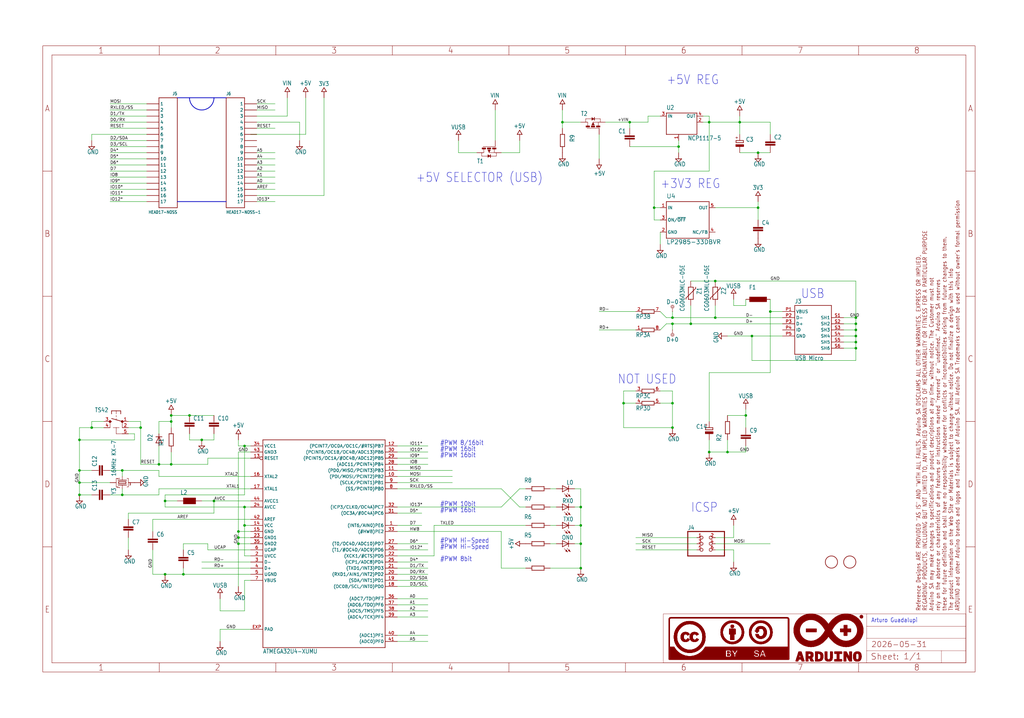
<source format=kicad_sch>
(kicad_sch (version 20231120) (generator "eeschema") (generator_version "8.0")
  (paper "User" 425.45 298.602)
  (lib_symbols
    (symbol "Micro_Rev1j-eagle-import:+5V" (power)
      (symbol "+5V_1_0"
        (pin power_in line (at 0 -2.54 90) (length 2.54) (name "+5V") (number "1"))
      )
    )
    (symbol "Micro_Rev1j-eagle-import:3V3" (power)
      (symbol "3V3_1_0"
        (pin power_in line (at 0 -2.54 90) (length 2.54) (name "3V3") (number "1"))
      )
    )
    (symbol "Micro_Rev1j-eagle-import:4R-NCAY16"
      (property "Reference" "RN" (at -5.08 -3.048 0))
      (symbol "4R-NCAY16_1_0"
        (pin passive line (at -5.08 0 0) (length 2.54) (name "1") (number "1"))
        (pin passive line (at 5.08 0 180) (length 2.54) (name "2") (number "8"))
      )
      (symbol "4R-NCAY16_2_0"
        (pin passive line (at -5.08 0 0) (length 2.54) (name "1") (number "2"))
        (pin passive line (at 5.08 0 180) (length 2.54) (name "2") (number "7"))
      )
      (symbol "4R-NCAY16_3_0"
        (pin passive line (at -5.08 0 0) (length 2.54) (name "1") (number "3"))
        (pin passive line (at 5.08 0 180) (length 2.54) (name "2") (number "6"))
      )
      (symbol "4R-NCAY16_4_0"
        (pin passive line (at -5.08 0 0) (length 2.54) (name "1") (number "4"))
        (pin passive line (at 5.08 0 180) (length 2.54) (name "2") (number "5"))
      )
    )
    (symbol "Micro_Rev1j-eagle-import:A3-FRAME"
      (symbol "A3-FRAME_1_0"
        (text "${#}/${##}" (at 357.505 5.08 0) (effects (font (size 2.54 2.54)) (justify left bottom)))
        (text "${CURRENT_DATE}" (at 344.17 10.16 0) (effects (font (size 2.286 2.286)) (justify left bottom)))
        (text "${PROJECTNAME}" (at 344.17 15.24 0) (effects (font (size 2.54 2.54)) (justify left bottom)))
        (text "1" (at 24.2094 1.905 0) (effects (font (size 2.54 2.286))))
        (text "1" (at 24.2094 258.445 0) (effects (font (size 2.54 2.286))))
        (text "2" (at 72.6281 1.905 0) (effects (font (size 2.54 2.286))))
        (text "2" (at 72.6281 258.445 0) (effects (font (size 2.54 2.286))))
        (text "3" (at 121.0469 1.905 0) (effects (font (size 2.54 2.286))))
        (text "3" (at 121.0469 258.445 0) (effects (font (size 2.54 2.286))))
        (text "4" (at 169.4656 1.905 0) (effects (font (size 2.54 2.286))))
        (text "4" (at 169.4656 258.445 0) (effects (font (size 2.54 2.286))))
        (text "5" (at 217.8844 1.905 0) (effects (font (size 2.54 2.286))))
        (text "5" (at 217.8844 258.445 0) (effects (font (size 2.54 2.286))))
        (text "6" (at 266.3031 1.905 0) (effects (font (size 2.54 2.286))))
        (text "6" (at 266.3031 258.445 0) (effects (font (size 2.54 2.286))))
        (text "7" (at 314.7219 1.905 0) (effects (font (size 2.54 2.286))))
        (text "7" (at 314.7219 258.445 0) (effects (font (size 2.54 2.286))))
        (text "8" (at 363.1406 1.905 0) (effects (font (size 2.54 2.286))))
        (text "8" (at 363.1406 258.445 0) (effects (font (size 2.54 2.286))))
        (text "A" (at 1.905 234.315 0) (effects (font (size 2.54 2.286))))
        (text "A" (at 385.445 234.315 0) (effects (font (size 2.54 2.286))))
        (text "B" (at 1.905 182.245 0) (effects (font (size 2.54 2.286))))
        (text "B" (at 385.445 182.245 0) (effects (font (size 2.54 2.286))))
        (text "C" (at 1.905 130.175 0) (effects (font (size 2.54 2.286))))
        (text "C" (at 385.445 130.175 0) (effects (font (size 2.54 2.286))))
        (text "D" (at 1.905 78.105 0) (effects (font (size 2.54 2.286))))
        (text "D" (at 385.445 78.105 0) (effects (font (size 2.54 2.286))))
        (text "E" (at 1.905 26.035 0) (effects (font (size 2.54 2.286))))
        (text "E" (at 385.445 26.035 0) (effects (font (size 2.54 2.286))))
        (text "Reference Designs ARE PROVIDED \"AS IS\" AND \"WITH ALL FAULTS. Arduino SA DISCLAIMS ALL OTHER WARRANTIES, EXPRESS OR IMPLIED,\nREGARDING PRODUCTS, INCLUDING BUT NOT LIMITED TO, ANY IMPLIED WARRANTIES OF MERCHANTABILITY OR FITNESS FOR A PARTICULAR PURPOSE\nArduino SA may make changes to specifications and product descriptions at any time, without notice. The Customer must not\nrely on the absence or characteristics of any features or instructions marked \"reserved\" or \"undefined.\" Arduino SA reserves\nthese for future definition and shall have no responsibility whatsoever for conflicts or incompatibilities arising from future changes to them.\nThe product information on the Web Site or Materials is subject to change without notice. Do not finalize a design with this info\nARDUINO and other Arduino brands and logos and Trademarks of Arduino SA. All Arduino SA Trademarks cannot be used without owner's formal permission" (at 381 25.4 900) (effects (font (size 1.6764 1.4249)) (justify left bottom)))
        (text "Sheet:" (at 343.916 4.953 0) (effects (font (size 2.54 2.54)) (justify left bottom)))
      )
    )
    (symbol "Micro_Rev1j-eagle-import:ATMEGA32U4-XUMU"
      (symbol "ATMEGA32U4-XUMU_1_0"
        (pin bidirectional line (at 35.56 -10.16 180) (length 5.08) (name "(INT6/AIN0)PE6") (number "1"))
        (pin bidirectional line (at 35.56 10.16 180) (length 5.08) (name "(PDI/MOSI/PCINT2)PB2") (number "10"))
        (pin bidirectional line (at 35.56 12.7 180) (length 5.08) (name "(PD0/MISO/PCINT3)PB3") (number "11"))
        (pin bidirectional line (at 35.56 22.86 180) (length 5.08) (name "(PCINT7/OC0A/OC1C/#RTS)PB7") (number "12"))
        (pin input inverted (at -25.4 17.78 0) (length 5.08) (name "RESET") (number "13"))
        (pin power_in line (at -25.4 -10.16 0) (length 5.08) (name "VCC") (number "14"))
        (pin power_in line (at -25.4 -12.7 0) (length 5.08) (name "GND") (number "15"))
        (pin bidirectional line (at -25.4 10.16 0) (length 5.08) (name "XTAL2") (number "16"))
        (pin bidirectional line (at -25.4 5.08 0) (length 5.08) (name "XTAL1") (number "17"))
        (pin bidirectional line (at 35.56 -35.56 180) (length 5.08) (name "(OC0B/SCL/INT0)PD0") (number "18"))
        (pin bidirectional line (at 35.56 -33.02 180) (length 5.08) (name "(SDA/INT1)PD1") (number "19"))
        (pin power_in line (at -25.4 -22.86 0) (length 5.08) (name "UVCC") (number "2"))
        (pin bidirectional line (at 35.56 -30.48 180) (length 5.08) (name "(RXD1/AIN1/INT2)PD2") (number "20"))
        (pin bidirectional line (at 35.56 -27.94 180) (length 5.08) (name "(TXD1/INT3)PD3") (number "21"))
        (pin bidirectional line (at 35.56 -22.86 180) (length 5.08) (name "(XCK1/#CTS)PD5") (number "22"))
        (pin power_in line (at -25.4 -15.24 0) (length 5.08) (name "GND1") (number "23"))
        (pin power_in line (at -25.4 -2.54 0) (length 5.08) (name "AVCC") (number "24"))
        (pin bidirectional line (at 35.56 -25.4 180) (length 5.08) (name "(ICP1/ADC8)PD4") (number "25"))
        (pin bidirectional line (at 35.56 -20.32 180) (length 5.08) (name "(T1/#OC4D/ADC9)PD6") (number "26"))
        (pin bidirectional line (at 35.56 -17.78 180) (length 5.08) (name "(T0/OC4D/ADC10)PD7") (number "27"))
        (pin bidirectional line (at 35.56 15.24 180) (length 5.08) (name "(ADC11/PCINT4)PB4") (number "28"))
        (pin bidirectional line (at 35.56 17.78 180) (length 5.08) (name "(PCINT5/OC1A/#OC4B/ADC12)PB5") (number "29"))
        (pin bidirectional line (at -25.4 -25.4 0) (length 5.08) (name "D-") (number "3"))
        (pin bidirectional line (at 35.56 20.32 180) (length 5.08) (name "(PCINT6/OC1B/OC4B/ADC13)PB6") (number "30"))
        (pin bidirectional line (at 35.56 -5.08 180) (length 5.08) (name "(OC3A/#0C4A)PC6") (number "31"))
        (pin bidirectional line (at 35.56 -2.54 180) (length 5.08) (name "(ICP3/CLK0/OC4A)PC7") (number "32"))
        (pin bidirectional line (at 35.56 -12.7 180) (length 5.08) (name "(#HWB)PE2") (number "33"))
        (pin power_in line (at -25.4 22.86 0) (length 5.08) (name "VCC1") (number "34"))
        (pin power_in line (at -25.4 -17.78 0) (length 5.08) (name "GND2") (number "35"))
        (pin bidirectional line (at 35.56 -40.64 180) (length 5.08) (name "(ADC7/TDI)PF7") (number "36"))
        (pin bidirectional line (at 35.56 -43.18 180) (length 5.08) (name "(ADC6/TDO)PF6") (number "37"))
        (pin bidirectional line (at 35.56 -45.72 180) (length 5.08) (name "(ADC5/TMS)PF5") (number "38"))
        (pin bidirectional line (at 35.56 -48.26 180) (length 5.08) (name "(ADC4/TCK)PF4") (number "39"))
        (pin bidirectional line (at -25.4 -27.94 0) (length 5.08) (name "D+") (number "4"))
        (pin bidirectional line (at 35.56 -55.88 180) (length 5.08) (name "(ADC1)PF1") (number "40"))
        (pin bidirectional line (at 35.56 -58.42 180) (length 5.08) (name "(ADC0)PF0") (number "41"))
        (pin power_in line (at -25.4 -7.62 0) (length 5.08) (name "AREF") (number "42"))
        (pin power_in line (at -25.4 20.32 0) (length 5.08) (name "GND3") (number "43"))
        (pin power_in line (at -25.4 0 0) (length 5.08) (name "AVCC1") (number "44"))
        (pin power_in line (at -25.4 -30.48 0) (length 5.08) (name "UGND") (number "5"))
        (pin passive line (at -25.4 -20.32 0) (length 5.08) (name "UCAP") (number "6"))
        (pin input line (at -25.4 -33.02 0) (length 5.08) (name "VBUS") (number "7"))
        (pin bidirectional line (at 35.56 5.08 180) (length 5.08) (name "(SS/PCINT0)PB0") (number "8"))
        (pin bidirectional line (at 35.56 7.62 180) (length 5.08) (name "(SCLK/PCINT1)PB1") (number "9"))
        (pin power_in line (at -25.4 -53.34 0) (length 5.08) (name "PAD") (number "EXP"))
      )
    )
    (symbol "Micro_Rev1j-eagle-import:C-EUC0402"
      (property "Reference" "C" (at 1.524 0.381 0))
      (symbol "C-EUC0402_1_0"
        (pin passive line (at 0 2.54 270) (length 2.54) (name "1") (number "1"))
        (pin passive line (at 0 -5.08 90) (length 2.54) (name "2") (number "2"))
      )
    )
    (symbol "Micro_Rev1j-eagle-import:CPOL-EUSMCB"
      (property "Reference" "C" (at 1.143 0.4826 0))
      (symbol "CPOL-EUSMCB_1_0"
        (text "+" (at -0.5842 0.4064 900) (effects (font (size 1.27 1.0795)) (justify left bottom)))
        (pin passive line (at 0 2.54 270) (length 2.54) (name "+") (number "+"))
        (pin passive line (at 0 -5.08 90) (length 2.54) (name "-") (number "-"))
      )
    )
    (symbol "Micro_Rev1j-eagle-import:CRYSTAL-3.2-2.5"
      (property "Reference" "X" (at 2.54 1.016 0))
      (symbol "CRYSTAL-3.2-2.5_1_0"
        (text "1" (at -2.159 -1.143 0) (effects (font (size 0.8636 0.734)) (justify left bottom)))
        (text "2" (at 1.524 -1.143 0) (effects (font (size 0.8636 0.734)) (justify left bottom)))
        (text "3" (at 1.143 2.794 900) (effects (font (size 0.8636 0.734)) (justify left bottom)))
        (pin passive line (at -2.54 0 0) (length 0) (name "C1") (number "1"))
        (pin passive line (at 0 -5.08 90) (length 2.54) (name "GND@1") (number "2"))
        (pin passive line (at 2.54 0 180) (length 0) (name "C2") (number "3"))
        (pin passive line (at 0 5.08 270) (length 2.54) (name "GND@2") (number "4"))
      )
    )
    (symbol "Micro_Rev1j-eagle-import:DIODE-MINIMELF"
      (property "Reference" "D" (at 2.54 0.4826 0))
      (symbol "DIODE-MINIMELF_1_0"
        (pin passive line (at -2.54 0 0) (length 2.54) (name "A") (number "A"))
        (pin passive line (at 2.54 0 180) (length 2.54) (name "C") (number "C"))
      )
    )
    (symbol "Micro_Rev1j-eagle-import:FIDUCIAL-1.5MM")
    (symbol "Micro_Rev1j-eagle-import:GND" (power)
      (symbol "GND_1_0"
        (pin power_in line (at 0 2.54 270) (length 2.54) (name "GND") (number "1"))
      )
    )
    (symbol "Micro_Rev1j-eagle-import:HEAD17-NOSS"
      (property "Reference" "J" (at -2.54 21.336 0))
      (symbol "HEAD17-NOSS_1_0"
        (pin passive line (at 10.16 17.78 180) (length 5.08) (name "1") (number "1"))
        (pin passive line (at 10.16 -5.08 180) (length 5.08) (name "10") (number "10"))
        (pin passive line (at 10.16 -7.62 180) (length 5.08) (name "11") (number "11"))
        (pin passive line (at 10.16 -10.16 180) (length 5.08) (name "12") (number "12"))
        (pin passive line (at 10.16 -12.7 180) (length 5.08) (name "13") (number "13"))
        (pin passive line (at 10.16 -15.24 180) (length 5.08) (name "14") (number "14"))
        (pin passive line (at 10.16 -17.78 180) (length 5.08) (name "15") (number "15"))
        (pin passive line (at 10.16 -20.32 180) (length 5.08) (name "16") (number "16"))
        (pin passive line (at 10.16 -22.86 180) (length 5.08) (name "17") (number "17"))
        (pin passive line (at 10.16 15.24 180) (length 5.08) (name "2") (number "2"))
        (pin passive line (at 10.16 12.7 180) (length 5.08) (name "3") (number "3"))
        (pin passive line (at 10.16 10.16 180) (length 5.08) (name "4") (number "4"))
        (pin passive line (at 10.16 7.62 180) (length 5.08) (name "5") (number "5"))
        (pin passive line (at 10.16 5.08 180) (length 5.08) (name "6") (number "6"))
        (pin passive line (at 10.16 2.54 180) (length 5.08) (name "7") (number "7"))
        (pin passive line (at 10.16 0 180) (length 5.08) (name "8") (number "8"))
        (pin passive line (at 10.16 -2.54 180) (length 5.08) (name "9") (number "9"))
      )
    )
    (symbol "Micro_Rev1j-eagle-import:HEAD17-NOSS-1"
      (property "Reference" "J" (at -2.54 21.336 0))
      (symbol "HEAD17-NOSS-1_1_0"
        (pin passive line (at 10.16 17.78 180) (length 5.08) (name "1") (number "1"))
        (pin passive line (at 10.16 -5.08 180) (length 5.08) (name "10") (number "10"))
        (pin passive line (at 10.16 -7.62 180) (length 5.08) (name "11") (number "11"))
        (pin passive line (at 10.16 -10.16 180) (length 5.08) (name "12") (number "12"))
        (pin passive line (at 10.16 -12.7 180) (length 5.08) (name "13") (number "13"))
        (pin passive line (at 10.16 -15.24 180) (length 5.08) (name "14") (number "14"))
        (pin passive line (at 10.16 -17.78 180) (length 5.08) (name "15") (number "15"))
        (pin passive line (at 10.16 -20.32 180) (length 5.08) (name "16") (number "16"))
        (pin passive line (at 10.16 -22.86 180) (length 5.08) (name "17") (number "17"))
        (pin passive line (at 10.16 15.24 180) (length 5.08) (name "2") (number "2"))
        (pin passive line (at 10.16 12.7 180) (length 5.08) (name "3") (number "3"))
        (pin passive line (at 10.16 10.16 180) (length 5.08) (name "4") (number "4"))
        (pin passive line (at 10.16 7.62 180) (length 5.08) (name "5") (number "5"))
        (pin passive line (at 10.16 5.08 180) (length 5.08) (name "6") (number "6"))
        (pin passive line (at 10.16 2.54 180) (length 5.08) (name "7") (number "7"))
        (pin passive line (at 10.16 0 180) (length 5.08) (name "8") (number "8"))
        (pin passive line (at 10.16 -2.54 180) (length 5.08) (name "9") (number "9"))
      )
    )
    (symbol "Micro_Rev1j-eagle-import:L-EUL1812"
      (property "Reference" "L" (at -1.4986 -3.81 90))
      (symbol "L-EUL1812_1_0"
        (pin passive line (at 0 5.08 270) (length 2.54) (name "1") (number "1"))
        (pin passive line (at 0 -5.08 90) (length 2.54) (name "2") (number "2"))
      )
    )
    (symbol "Micro_Rev1j-eagle-import:LEDCHIPLED_0805"
      (property "Reference" "LED" (at 3.556 -4.572 90))
      (symbol "LEDCHIPLED_0805_1_0"
        (pin passive line (at 0 2.54 270) (length 2.54) (name "A") (number "A"))
        (pin passive line (at 0 -5.08 90) (length 2.54) (name "C") (number "C"))
      )
    )
    (symbol "Micro_Rev1j-eagle-import:LINEAR_MC33269ST"
      (property "Reference" "IC" (at -5.08 7.62 0))
      (symbol "LINEAR_MC33269ST_1_0"
        (pin input line (at 0 -5.08 90) (length 2.54) (name "GND/ADJ") (number "1"))
        (pin passive line (at 10.16 2.54 180) (length 2.54) (name "OUT@1") (number "2"))
        (pin input line (at -7.62 5.08 0) (length 2.54) (name "IN") (number "3"))
        (pin passive line (at 10.16 5.08 180) (length 2.54) (name "OUT") (number "4"))
      )
    )
    (symbol "Micro_Rev1j-eagle-import:LP2985-XXDBVR"
      (property "Reference" "IC" (at -7.62 8.89 0))
      (symbol "LP2985-XXDBVR_1_0"
        (pin input line (at -10.16 5.08 0) (length 2.54) (name "IN") (number "1"))
        (pin power_in line (at -10.16 -5.08 0) (length 2.54) (name "GND") (number "2"))
        (pin input line (at -10.16 0 0) (length 2.54) (name "ON/~{OFF}") (number "3"))
        (pin passive line (at 12.7 -5.08 180) (length 2.54) (name "NC/FB") (number "4"))
        (pin passive line (at 12.7 5.08 180) (length 2.54) (name "OUT") (number "5"))
      )
    )
    (symbol "Micro_Rev1j-eagle-import:PINHD-2X3"
      (property "Reference" "JP" (at -6.35 5.715 0))
      (symbol "PINHD-2X3_1_0"
        (pin passive inverted (at -2.54 2.54 0) (length 2.54) (name "1") (number "1"))
        (pin passive inverted (at 5.08 2.54 180) (length 2.54) (name "2") (number "2"))
        (pin passive inverted (at -2.54 0 0) (length 2.54) (name "3") (number "3"))
        (pin passive inverted (at 5.08 0 180) (length 2.54) (name "4") (number "4"))
        (pin passive inverted (at -2.54 -2.54 0) (length 2.54) (name "5") (number "5"))
        (pin passive inverted (at 5.08 -2.54 180) (length 2.54) (name "6") (number "6"))
      )
    )
    (symbol "Micro_Rev1j-eagle-import:PMOSSOT23"
      (property "Reference" "T" (at 2.54 2.54 0))
      (symbol "PMOSSOT23_1_0"
        (pin passive line (at 0 5.08 270) (length 2.54) (name "D") (number "1"))
        (pin passive line (at 0 -5.08 90) (length 2.54) (name "S") (number "2"))
        (pin passive line (at -5.08 -2.54 0) (length 2.54) (name "G") (number "3"))
      )
    )
    (symbol "Micro_Rev1j-eagle-import:R-EU_R0402"
      (property "Reference" "R" (at -3.81 1.4986 0))
      (symbol "R-EU_R0402_1_0"
        (pin passive line (at -5.08 0 0) (length 2.54) (name "1") (number "1"))
        (pin passive line (at 5.08 0 180) (length 2.54) (name "2") (number "2"))
      )
    )
    (symbol "Micro_Rev1j-eagle-import:TPTP-1.00MM"
      (property "Reference" "TP" (at 0 0.508 0))
      (symbol "TPTP-1.00MM_1_0"
        (pin passive line (at 0 -2.54 90) (length 0) (name "P$1") (number "X"))
      )
    )
    (symbol "Micro_Rev1j-eagle-import:TS42"
      (symbol "TS42_1_0"
        (pin passive line (at 0 -5.08 90) (length 2.54) (name "1") (number "1"))
        (pin passive line (at 2.54 -5.08 90) (length 2.54) (name "2") (number "2"))
        (pin passive line (at 0 5.08 270) (length 2.54) (name "3") (number "3"))
        (pin passive line (at 2.54 5.08 270) (length 2.54) (name "4") (number "4"))
        (pin power_in line (at 5.08 -5.08 90) (length 2.54) (name "5-GND") (number "5"))
      )
    )
    (symbol "Micro_Rev1j-eagle-import:USB-MICRO-LEGACY"
      (property "Reference" "J" (at -7.62 8.382 0))
      (symbol "USB-MICRO-LEGACY_1_0"
        (pin power_in line (at -12.7 5.08 0) (length 5.08) (name "VBUS") (number "P1"))
        (pin bidirectional line (at -12.7 2.54 0) (length 5.08) (name "D-") (number "P2"))
        (pin bidirectional line (at -12.7 0 0) (length 5.08) (name "D+") (number "P3"))
        (pin bidirectional line (at -12.7 -2.54 0) (length 5.08) (name "ID") (number "P4"))
        (pin passive line (at -12.7 -5.08 0) (length 5.08) (name "GND") (number "P5"))
        (pin passive line (at 12.7 2.54 180) (length 5.08) (name "SH1") (number "S1"))
        (pin passive line (at 12.7 0 180) (length 5.08) (name "SH2") (number "S2"))
        (pin passive line (at 12.7 -2.54 180) (length 5.08) (name "SH3") (number "S3"))
        (pin passive line (at 12.7 -5.08 180) (length 5.08) (name "SH4") (number "S4"))
        (pin passive line (at 12.7 -7.62 180) (length 5.08) (name "SH5") (number "S5"))
        (pin passive line (at 12.7 -10.16 180) (length 5.08) (name "SH6") (number "S6"))
      )
    )
    (symbol "Micro_Rev1j-eagle-import:VARISTORCN0603"
      (property "Reference" "R" (at -2.54 3.81 0))
      (symbol "VARISTORCN0603_1_0"
        (pin passive line (at 5.08 0 180) (length 2.54) (name "1") (number "1"))
        (pin passive line (at -5.08 0 0) (length 2.54) (name "2") (number "2"))
      )
    )
    (symbol "Micro_Rev1j-eagle-import:VIN" (power)
      (symbol "VIN_1_0"
        (pin power_in line (at 0 -2.54 90) (length 2.54) (name "VIN") (number "1"))
      )
    )
    (symbol "Micro_Rev1j-eagle-import:VUSB" (power)
      (symbol "VUSB_1_0"
        (pin power_in line (at 0 -2.54 90) (length 2.54) (name "VUSB") (number "1"))
      )
    )
    (symbol "Micro_Rev1j-eagle-import:WE-CBF_0805"
      (property "Reference" "L" (at -3.81 5.08 0))
      (symbol "WE-CBF_0805_1_0"
        (pin passive line (at -5.08 2.54 0) (length 2.54) (name "1") (number "1"))
        (pin passive line (at 5.08 2.54 180) (length 2.54) (name "2") (number "2"))
      )
    )
  )
  (junction (at 101.6 185.42))
  (junction (at 68.58 238.76))
  (junction (at 88.9 208.28))
  (junction (at 355.6 144.78))
  (junction (at 33.02 195.58))
  (junction (at 71.12 175.26))
  (junction (at 241.3 236.22))
  (junction (at 314.96 86.36))
  (junction (at 320.04 129.54))
  (junction (at 271.78 86.36))
  (junction (at 76.2 238.76))
  (junction (at 259.08 167.64))
  (junction (at 233.68 50.8))
  (junction (at 33.02 182.88))
  (junction (at 287.02 134.62))
  (junction (at 314.96 63.5))
  (junction (at 307.34 50.8))
  (junction (at 312.42 139.7))
  (junction (at 78.74 172.72))
  (junction (at 297.18 132.08))
  (junction (at 99.06 226.06))
  (junction (at 355.6 137.16))
  (junction (at 279.4 134.62))
  (junction (at 241.3 226.06))
  (junction (at 50.8 205.74))
  (junction (at 83.82 182.88))
  (junction (at 58.42 177.8))
  (junction (at 294.64 187.96))
  (junction (at 50.8 195.58))
  (junction (at 38.1 177.8))
  (junction (at 281.94 60.96))
  (junction (at 68.58 208.28))
  (junction (at 279.4 177.8))
  (junction (at 101.6 210.82))
  (junction (at 294.64 50.8))
  (junction (at 33.02 205.74))
  (junction (at 66.04 193.04))
  (junction (at 309.88 172.72))
  (junction (at 99.06 220.98))
  (junction (at 355.6 132.08))
  (junction (at 33.02 200.66))
  (junction (at 241.3 218.44))
  (junction (at 71.12 172.72))
  (junction (at 355.6 139.7))
  (junction (at 101.6 218.44))
  (junction (at 355.6 142.24))
  (junction (at 302.26 187.96))
  (junction (at 279.4 132.08))
  (junction (at 297.18 116.84))
  (junction (at 99.06 223.52))
  (junction (at 241.3 210.82))
  (junction (at 261.62 50.8))
  (junction (at 71.12 193.04))
  (junction (at 355.6 134.62))
  (junction (at 279.4 167.64))
  (wire (pts (xy 309.88 170.18) (xy 309.88 172.72)) (stroke (width 0.1524)))
  (wire (pts (xy 45.72 205.74) (xy 50.8 205.74)) (stroke (width 0.1524)))
  (wire (pts (xy 309.88 124.46) (xy 309.88 127)) (stroke (width 0.1524)))
  (wire (pts (xy 60.96 66.04) (xy 45.72 66.04)) (stroke (width 0.1524)))
  (wire (pts (xy 68.58 205.74) (xy 68.58 208.28)) (stroke (width 0.1524)))
  (wire (pts (xy 177.8 238.76) (xy 165.1 238.76)) (stroke (width 0.1524)))
  (wire (pts (xy 241.3 236.22) (xy 241.3 226.06)) (stroke (width 0.1524)))
  (wire (pts (xy 99.06 220.98) (xy 99.06 223.52)) (stroke (width 0.1524)))
  (wire (pts (xy 251.46 50.8) (xy 261.62 50.8)) (stroke (width 0.1524)))
  (wire (pts (xy 38.1 177.8) (xy 43.18 177.8)) (stroke (width 0.1524)))
  (wire (pts (xy 101.6 241.3) (xy 101.6 254)) (stroke (width 0.1524)))
  (wire (pts (xy 304.8 127) (xy 304.8 124.46)) (stroke (width 0.1524)))
  (wire (pts (xy 294.64 50.8) (xy 294.64 71.12)) (stroke (width 0.1524)))
  (wire (pts (xy 66.04 193.04) (xy 71.12 193.04)) (stroke (width 0.1524)))
  (wire (pts (xy 114.3 68.58) (xy 106.68 68.58)) (stroke (width 0.1524)))
  (wire (pts (xy 101.6 185.42) (xy 99.06 185.42)) (stroke (width 0.1524)))
  (wire (pts (xy 60.96 45.72) (xy 45.72 45.72)) (stroke (width 0.1524)))
  (wire (pts (xy 312.42 139.7) (xy 312.42 149.86)) (stroke (width 0.1524)))
  (wire (pts (xy 53.34 175.26) (xy 58.42 175.26)) (stroke (width 0.1524)))
  (wire (pts (xy 264.16 162.56) (xy 259.08 162.56)) (stroke (width 0.1524)))
  (wire (pts (xy 91.44 261.62) (xy 91.44 266.7)) (stroke (width 0.1524)))
  (wire (pts (xy 177.8 190.5) (xy 165.1 190.5)) (stroke (width 0.1524)))
  (wire (pts (xy 228.6 226.06) (xy 231.14 226.06)) (stroke (width 0.1524)))
  (wire (pts (xy 127 55.88) (xy 127 40.64)) (stroke (width 0.1524)))
  (wire (pts (xy 180.34 218.44) (xy 218.44 218.44)) (stroke (width 0.1524)))
  (wire (pts (xy 53.34 177.8) (xy 58.42 177.8)) (stroke (width 0.1524)))
  (wire (pts (xy 165.1 233.68) (xy 177.8 233.68)) (stroke (width 0.1524)))
  (wire (pts (xy 177.8 228.6) (xy 165.1 228.6)) (stroke (width 0.1524)))
  (wire (pts (xy 297.18 86.36) (xy 314.96 86.36)) (stroke (width 0.1524)))
  (wire (pts (xy 114.3 71.12) (xy 106.68 71.12)) (stroke (width 0.1524)))
  (wire (pts (xy 88.9 213.36) (xy 88.9 208.28)) (stroke (width 0.1524)))
  (wire (pts (xy 355.6 139.7) (xy 355.6 142.24)) (stroke (width 0.1524)))
  (wire (pts (xy 264.16 228.6) (xy 289.56 228.6)) (stroke (width 0.1524)))
  (wire (pts (xy 60.96 48.26) (xy 45.72 48.26)) (stroke (width 0.1524)))
  (wire (pts (xy 259.08 177.8) (xy 279.4 177.8)) (stroke (width 0.1524)))
  (wire (pts (xy 58.42 175.26) (xy 58.42 177.8)) (stroke (width 0.1524)))
  (wire (pts (xy 279.4 162.56) (xy 279.4 167.64)) (stroke (width 0.1524)))
  (wire (pts (xy 165.1 266.7) (xy 177.8 266.7)) (stroke (width 0.1524)))
  (wire (pts (xy 312.42 149.86) (xy 355.6 149.86)) (stroke (width 0.1524)))
  (wire (pts (xy 50.8 205.74) (xy 66.04 205.74)) (stroke (width 0.1524)))
  (wire (pts (xy 104.14 241.3) (xy 101.6 241.3)) (stroke (width 0.1524)))
  (wire (pts (xy 134.62 81.28) (xy 134.62 40.64)) (stroke (width 0.1524)))
  (wire (pts (xy 248.92 66.04) (xy 248.92 55.88)) (stroke (width 0.1524)))
  (wire (pts (xy 114.3 53.34) (xy 106.68 53.34)) (stroke (width 0.1524)))
  (wire (pts (xy 86.36 228.6) (xy 86.36 226.06)) (stroke (width 0.1524)))
  (wire (pts (xy 101.6 218.44) (xy 104.14 218.44)) (stroke (width 0.1524)))
  (wire (pts (xy 208.28 220.98) (xy 208.28 236.22)) (stroke (width 0.1524)))
  (polyline (pts (xy 88.9 40.64) (xy 93.98 40.64)) (stroke (width 0.3048) (type solid)))
  (wire (pts (xy 180.34 231.14) (xy 180.34 218.44)) (stroke (width 0.1524)))
  (wire (pts (xy 45.72 60.96) (xy 60.96 60.96)) (stroke (width 0.1524)))
  (wire (pts (xy 276.86 134.62) (xy 274.32 137.16)) (stroke (width 0.1524)))
  (wire (pts (xy 314.96 86.36) (xy 314.96 83.82)) (stroke (width 0.1524)))
  (wire (pts (xy 71.12 175.26) (xy 71.12 172.72)) (stroke (width 0.1524)))
  (wire (pts (xy 177.8 187.96) (xy 165.1 187.96)) (stroke (width 0.1524)))
  (wire (pts (xy 165.1 248.92) (xy 177.8 248.92)) (stroke (width 0.1524)))
  (wire (pts (xy 78.74 172.72) (xy 88.9 172.72)) (stroke (width 0.1524)))
  (wire (pts (xy 71.12 193.04) (xy 86.36 193.04)) (stroke (width 0.1524)))
  (wire (pts (xy 76.2 238.76) (xy 68.58 238.76)) (stroke (width 0.1524)))
  (wire (pts (xy 63.5 215.9) (xy 63.5 220.98)) (stroke (width 0.1524)))
  (wire (pts (xy 114.3 43.18) (xy 106.68 43.18)) (stroke (width 0.1524)))
  (wire (pts (xy 292.1 48.26) (xy 294.64 48.26)) (stroke (width 0.1524)))
  (wire (pts (xy 190.5 63.5) (xy 198.12 63.5)) (stroke (width 0.1524)))
  (wire (pts (xy 297.18 127) (xy 297.18 132.08)) (stroke (width 0.1524)))
  (wire (pts (xy 45.72 81.28) (xy 60.96 81.28)) (stroke (width 0.1524)))
  (wire (pts (xy 309.88 127) (xy 304.8 127)) (stroke (width 0.1524)))
  (wire (pts (xy 208.28 203.2) (xy 215.9 210.82)) (stroke (width 0.1524)))
  (wire (pts (xy 45.72 200.66) (xy 33.02 200.66)) (stroke (width 0.1524)))
  (wire (pts (xy 68.58 208.28) (xy 68.58 210.82)) (stroke (width 0.1524)))
  (wire (pts (xy 297.18 223.52) (xy 304.8 223.52)) (stroke (width 0.1524)))
  (wire (pts (xy 233.68 50.8) (xy 233.68 45.72)) (stroke (width 0.1524)))
  (wire (pts (xy 106.68 48.26) (xy 119.38 48.26)) (stroke (width 0.1524)))
  (wire (pts (xy 38.1 55.88) (xy 60.96 55.88)) (stroke (width 0.1524)))
  (wire (pts (xy 309.88 185.42) (xy 309.88 187.96)) (stroke (width 0.1524)))
  (wire (pts (xy 274.32 91.44) (xy 271.78 91.44)) (stroke (width 0.1524)))
  (wire (pts (xy 66.04 203.2) (xy 66.04 205.74)) (stroke (width 0.1524)))
  (wire (pts (xy 33.02 200.66) (xy 33.02 205.74)) (stroke (width 0.1524)))
  (wire (pts (xy 165.1 193.04) (xy 177.8 193.04)) (stroke (width 0.1524)))
  (wire (pts (xy 55.88 180.34) (xy 55.88 182.88)) (stroke (width 0.1524)))
  (wire (pts (xy 114.3 63.5) (xy 106.68 63.5)) (stroke (width 0.1524)))
  (wire (pts (xy 259.08 162.56) (xy 259.08 167.64)) (stroke (width 0.1524)))
  (wire (pts (xy 187.96 198.12) (xy 165.1 198.12)) (stroke (width 0.1524)))
  (wire (pts (xy 314.96 91.44) (xy 314.96 86.36)) (stroke (width 0.1524)))
  (wire (pts (xy 294.64 175.26) (xy 294.64 154.94)) (stroke (width 0.1524)))
  (wire (pts (xy 71.12 177.8) (xy 71.12 175.26)) (stroke (width 0.1524)))
  (wire (pts (xy 309.88 172.72) (xy 309.88 177.8)) (stroke (width 0.1524)))
  (wire (pts (xy 53.34 180.34) (xy 55.88 180.34)) (stroke (width 0.1524)))
  (wire (pts (xy 320.04 55.88) (xy 320.04 50.8)) (stroke (width 0.1524)))
  (wire (pts (xy 91.44 254) (xy 91.44 248.92)) (stroke (width 0.1524)))
  (wire (pts (xy 104.14 236.22) (xy 83.82 236.22)) (stroke (width 0.1524)))
  (wire (pts (xy 208.28 203.2) (xy 165.1 203.2)) (stroke (width 0.1524)))
  (wire (pts (xy 279.4 134.62) (xy 287.02 134.62)) (stroke (width 0.1524)))
  (wire (pts (xy 33.02 195.58) (xy 33.02 200.66)) (stroke (width 0.1524)))
  (wire (pts (xy 320.04 154.94) (xy 294.64 154.94)) (stroke (width 0.1524)))
  (wire (pts (xy 45.72 68.58) (xy 60.96 68.58)) (stroke (width 0.1524)))
  (wire (pts (xy 55.88 182.88) (xy 33.02 182.88)) (stroke (width 0.1524)))
  (wire (pts (xy 68.58 210.82) (xy 101.6 210.82)) (stroke (width 0.1524)))
  (wire (pts (xy 276.86 134.62) (xy 279.4 134.62)) (stroke (width 0.1524)))
  (wire (pts (xy 307.34 55.88) (xy 307.34 50.8)) (stroke (width 0.1524)))
  (wire (pts (xy 104.14 190.5) (xy 86.36 190.5)) (stroke (width 0.1524)))
  (wire (pts (xy 302.26 182.88) (xy 302.26 187.96)) (stroke (width 0.1524)))
  (wire (pts (xy 33.02 177.8) (xy 38.1 177.8)) (stroke (width 0.1524)))
  (wire (pts (xy 187.96 195.58) (xy 165.1 195.58)) (stroke (width 0.1524)))
  (wire (pts (xy 60.96 73.66) (xy 45.72 73.66)) (stroke (width 0.1524)))
  (wire (pts (xy 269.24 50.8) (xy 269.24 48.26)) (stroke (width 0.1524)))
  (wire (pts (xy 177.8 226.06) (xy 165.1 226.06)) (stroke (width 0.1524)))
  (wire (pts (xy 104.14 210.82) (xy 101.6 210.82)) (stroke (width 0.1524)))
  (wire (pts (xy 104.14 203.2) (xy 66.04 203.2)) (stroke (width 0.1524)))
  (wire (pts (xy 68.58 238.76) (xy 63.5 238.76)) (stroke (width 0.1524)))
  (wire (pts (xy 261.62 53.34) (xy 261.62 50.8)) (stroke (width 0.1524)))
  (wire (pts (xy 276.86 132.08) (xy 274.32 129.54)) (stroke (width 0.1524)))
  (wire (pts (xy 99.06 220.98) (xy 99.06 187.96)) (stroke (width 0.1524)))
  (polyline (pts (xy 78.74 40.64) (xy 88.9 40.64)) (stroke (width 0.3048) (type solid)))
  (wire (pts (xy 279.4 167.64) (xy 274.32 167.64)) (stroke (width 0.1524)))
  (wire (pts (xy 238.76 203.2) (xy 241.3 203.2)) (stroke (width 0.1524)))
  (wire (pts (xy 66.04 185.42) (xy 66.04 193.04)) (stroke (width 0.1524)))
  (wire (pts (xy 307.34 50.8) (xy 307.34 48.26)) (stroke (width 0.1524)))
  (wire (pts (xy 350.52 144.78) (xy 355.6 144.78)) (stroke (width 0.1524)))
  (wire (pts (xy 104.14 223.52) (xy 99.06 223.52)) (stroke (width 0.1524)))
  (wire (pts (xy 83.82 182.88) (xy 78.74 182.88)) (stroke (width 0.1524)))
  (wire (pts (xy 355.6 116.84) (xy 297.18 116.84)) (stroke (width 0.1524)))
  (wire (pts (xy 264.16 129.54) (xy 248.92 129.54)) (stroke (width 0.1524)))
  (wire (pts (xy 294.64 71.12) (xy 271.78 71.12)) (stroke (width 0.1524)))
  (wire (pts (xy 218.44 203.2) (xy 215.9 203.2)) (stroke (width 0.1524)))
  (wire (pts (xy 187.96 200.66) (xy 165.1 200.66)) (stroke (width 0.1524)))
  (wire (pts (xy 241.3 210.82) (xy 241.3 203.2)) (stroke (width 0.1524)))
  (wire (pts (xy 271.78 71.12) (xy 271.78 86.36)) (stroke (width 0.1524)))
  (wire (pts (xy 238.76 210.82) (xy 241.3 210.82)) (stroke (width 0.1524)))
  (wire (pts (xy 53.34 215.9) (xy 53.34 213.36)) (stroke (width 0.1524)))
  (wire (pts (xy 294.64 50.8) (xy 307.34 50.8)) (stroke (width 0.1524)))
  (wire (pts (xy 101.6 205.74) (xy 68.58 205.74)) (stroke (width 0.1524)))
  (wire (pts (xy 264.16 226.06) (xy 289.56 226.06)) (stroke (width 0.1524)))
  (wire (pts (xy 114.3 83.82) (xy 106.68 83.82)) (stroke (width 0.1524)))
  (wire (pts (xy 165.1 254) (xy 177.8 254)) (stroke (width 0.1524)))
  (wire (pts (xy 76.2 236.22) (xy 76.2 238.76)) (stroke (width 0.1524)))
  (wire (pts (xy 60.96 50.8) (xy 45.72 50.8)) (stroke (width 0.1524)))
  (wire (pts (xy 71.12 172.72) (xy 78.74 172.72)) (stroke (width 0.1524)))
  (wire (pts (xy 33.02 182.88) (xy 33.02 195.58)) (stroke (width 0.1524)))
  (wire (pts (xy 279.4 132.08) (xy 297.18 132.08)) (stroke (width 0.1524)))
  (wire (pts (xy 241.3 50.8) (xy 233.68 50.8)) (stroke (width 0.1524)))
  (wire (pts (xy 63.5 228.6) (xy 63.5 238.76)) (stroke (width 0.1524)))
  (wire (pts (xy 165.1 264.16) (xy 177.8 264.16)) (stroke (width 0.1524)))
  (wire (pts (xy 101.6 210.82) (xy 101.6 218.44)) (stroke (width 0.1524)))
  (wire (pts (xy 127 55.88) (xy 106.68 55.88)) (stroke (width 0.1524)))
  (wire (pts (xy 38.1 205.74) (xy 33.02 205.74)) (stroke (width 0.1524)))
  (wire (pts (xy 60.96 43.18) (xy 45.72 43.18)) (stroke (width 0.1524)))
  (wire (pts (xy 304.8 223.52) (xy 304.8 218.44)) (stroke (width 0.1524)))
  (wire (pts (xy 45.72 58.42) (xy 60.96 58.42)) (stroke (width 0.1524)))
  (wire (pts (xy 114.3 78.74) (xy 106.68 78.74)) (stroke (width 0.1524)))
  (wire (pts (xy 205.74 58.42) (xy 205.74 45.72)) (stroke (width 0.1524)))
  (wire (pts (xy 106.68 81.28) (xy 134.62 81.28)) (stroke (width 0.1524)))
  (wire (pts (xy 325.12 139.7) (xy 312.42 139.7)) (stroke (width 0.1524)))
  (wire (pts (xy 264.16 137.16) (xy 248.92 137.16)) (stroke (width 0.1524)))
  (wire (pts (xy 355.6 134.62) (xy 355.6 137.16)) (stroke (width 0.1524)))
  (wire (pts (xy 58.42 193.04) (xy 66.04 193.04)) (stroke (width 0.1524)))
  (wire (pts (xy 297.18 228.6) (xy 304.8 228.6)) (stroke (width 0.1524)))
  (wire (pts (xy 279.4 129.54) (xy 279.4 132.08)) (stroke (width 0.1524)))
  (wire (pts (xy 86.36 226.06) (xy 76.2 226.06)) (stroke (width 0.1524)))
  (wire (pts (xy 294.64 48.26) (xy 294.64 50.8)) (stroke (width 0.1524)))
  (wire (pts (xy 215.9 58.42) (xy 215.9 63.5)) (stroke (width 0.1524)))
  (wire (pts (xy 279.4 177.8) (xy 279.4 167.64)) (stroke (width 0.1524)))
  (wire (pts (xy 119.38 48.26) (xy 119.38 40.64)) (stroke (width 0.1524)))
  (wire (pts (xy 215.9 63.5) (xy 208.28 63.5)) (stroke (width 0.1524)))
  (wire (pts (xy 33.02 177.8) (xy 33.02 182.88)) (stroke (width 0.1524)))
  (wire (pts (xy 88.9 182.88) (xy 83.82 182.88)) (stroke (width 0.1524)))
  (wire (pts (xy 101.6 185.42) (xy 101.6 205.74)) (stroke (width 0.1524)))
  (wire (pts (xy 124.46 50.8) (xy 106.68 50.8)) (stroke (width 0.1524)))
  (wire (pts (xy 231.14 218.44) (xy 228.6 218.44)) (stroke (width 0.1524)))
  (wire (pts (xy 86.36 190.5) (xy 86.36 193.04)) (stroke (width 0.1524)))
  (wire (pts (xy 104.14 215.9) (xy 63.5 215.9)) (stroke (width 0.1524)))
  (wire (pts (xy 320.04 129.54) (xy 320.04 154.94)) (stroke (width 0.1524)))
  (wire (pts (xy 104.14 220.98) (xy 99.06 220.98)) (stroke (width 0.1524)))
  (wire (pts (xy 45.72 195.58) (xy 50.8 195.58)) (stroke (width 0.1524)))
  (wire (pts (xy 355.6 142.24) (xy 355.6 144.78)) (stroke (width 0.1524)))
  (wire (pts (xy 99.06 226.06) (xy 99.06 243.84)) (stroke (width 0.1524)))
  (wire (pts (xy 228.6 203.2) (xy 231.14 203.2)) (stroke (width 0.1524)))
  (wire (pts (xy 45.72 78.74) (xy 60.96 78.74)) (stroke (width 0.1524)))
  (wire (pts (xy 45.72 76.2) (xy 60.96 76.2)) (stroke (width 0.1524)))
  (wire (pts (xy 104.14 231.14) (xy 101.6 231.14)) (stroke (width 0.1524)))
  (wire (pts (xy 271.78 86.36) (xy 274.32 86.36)) (stroke (width 0.1524)))
  (wire (pts (xy 38.1 175.26) (xy 38.1 177.8)) (stroke (width 0.1524)))
  (wire (pts (xy 66.04 198.12) (xy 66.04 195.58)) (stroke (width 0.1524)))
  (wire (pts (xy 228.6 210.82) (xy 231.14 210.82)) (stroke (width 0.1524)))
  (wire (pts (xy 83.82 208.28) (xy 88.9 208.28)) (stroke (width 0.1524)))
  (wire (pts (xy 350.52 132.08) (xy 355.6 132.08)) (stroke (width 0.1524)))
  (wire (pts (xy 297.18 132.08) (xy 325.12 132.08)) (stroke (width 0.1524)))
  (wire (pts (xy 279.4 134.62) (xy 279.4 137.16)) (stroke (width 0.1524)))
  (wire (pts (xy 208.28 236.22) (xy 218.44 236.22)) (stroke (width 0.1524)))
  (wire (pts (xy 114.3 76.2) (xy 106.68 76.2)) (stroke (width 0.1524)))
  (wire (pts (xy 104.14 228.6) (xy 86.36 228.6)) (stroke (width 0.1524)))
  (wire (pts (xy 124.46 50.8) (xy 124.46 58.42)) (stroke (width 0.1524)))
  (wire (pts (xy 66.04 180.34) (xy 66.04 175.26)) (stroke (width 0.1524)))
  (wire (pts (xy 60.96 53.34) (xy 45.72 53.34)) (stroke (width 0.1524)))
  (wire (pts (xy 274.32 48.26) (xy 269.24 48.26)) (stroke (width 0.1524)))
  (wire (pts (xy 38.1 195.58) (xy 33.02 195.58)) (stroke (width 0.1524)))
  (wire (pts (xy 38.1 55.88) (xy 38.1 58.42)) (stroke (width 0.1524)))
  (wire (pts (xy 320.04 50.8) (xy 307.34 50.8)) (stroke (width 0.1524)))
  (wire (pts (xy 281.94 60.96) (xy 281.94 63.5)) (stroke (width 0.1524)))
  (wire (pts (xy 292.1 50.8) (xy 294.64 50.8)) (stroke (width 0.1524)))
  (wire (pts (xy 320.04 124.46) (xy 320.04 129.54)) (stroke (width 0.1524)))
  (wire (pts (xy 355.6 132.08) (xy 355.6 134.62)) (stroke (width 0.1524)))
  (wire (pts (xy 114.3 66.04) (xy 106.68 66.04)) (stroke (width 0.1524)))
  (wire (pts (xy 58.42 177.8) (xy 58.42 193.04)) (stroke (width 0.1524)))
  (wire (pts (xy 104.14 238.76) (xy 76.2 238.76)) (stroke (width 0.1524)))
  (wire (pts (xy 228.6 236.22) (xy 241.3 236.22)) (stroke (width 0.1524)))
  (wire (pts (xy 88.9 182.88) (xy 88.9 180.34)) (stroke (width 0.1524)))
  (wire (pts (xy 104.14 233.68) (xy 83.82 233.68)) (stroke (width 0.1524)))
  (wire (pts (xy 50.8 198.12) (xy 50.8 195.58)) (stroke (width 0.1524)))
  (wire (pts (xy 66.04 175.26) (xy 71.12 175.26)) (stroke (width 0.1524)))
  (wire (pts (xy 241.3 226.06) (xy 241.3 218.44)) (stroke (width 0.1524)))
  (wire (pts (xy 43.18 175.26) (xy 38.1 175.26)) (stroke (width 0.1524)))
  (wire (pts (xy 302.26 187.96) (xy 294.64 187.96)) (stroke (width 0.1524)))
  (wire (pts (xy 274.32 96.52) (xy 274.32 101.6)) (stroke (width 0.1524)))
  (wire (pts (xy 101.6 254) (xy 91.44 254)) (stroke (width 0.1524)))
  (wire (pts (xy 350.52 139.7) (xy 355.6 139.7)) (stroke (width 0.1524)))
  (wire (pts (xy 50.8 195.58) (xy 66.04 195.58)) (stroke (width 0.1524)))
  (wire (pts (xy 355.6 149.86) (xy 355.6 144.78)) (stroke (width 0.1524)))
  (wire (pts (xy 233.68 53.34) (xy 233.68 50.8)) (stroke (width 0.1524)))
  (wire (pts (xy 104.14 261.62) (xy 91.44 261.62)) (stroke (width 0.1524)))
  (wire (pts (xy 281.94 60.96) (xy 281.94 58.42)) (stroke (width 0.1524)))
  (wire (pts (xy 241.3 218.44) (xy 241.3 210.82)) (stroke (width 0.1524)))
  (wire (pts (xy 50.8 203.2) (xy 50.8 205.74)) (stroke (width 0.1524)))
  (wire (pts (xy 302.26 172.72) (xy 309.88 172.72)) (stroke (width 0.1524)))
  (wire (pts (xy 177.8 236.22) (xy 165.1 236.22)) (stroke (width 0.1524)))
  (wire (pts (xy 287.02 134.62) (xy 325.12 134.62)) (stroke (width 0.1524)))
  (wire (pts (xy 177.8 243.84) (xy 165.1 243.84)) (stroke (width 0.1524)))
  (wire (pts (xy 53.34 228.6) (xy 53.34 223.52)) (stroke (width 0.1524)))
  (wire (pts (xy 325.12 129.54) (xy 320.04 129.54)) (stroke (width 0.1524)))
  (wire (pts (xy 104.14 198.12) (xy 66.04 198.12)) (stroke (width 0.1524)))
  (wire (pts (xy 302.26 139.7) (xy 312.42 139.7)) (stroke (width 0.1524)))
  (wire (pts (xy 350.52 142.24) (xy 355.6 142.24)) (stroke (width 0.1524)))
  (wire (pts (xy 104.14 55.88) (xy 106.68 55.88)) (stroke (width 0.1524)))
  (wire (pts (xy 68.58 208.28) (xy 73.66 208.28)) (stroke (width 0.1524)))
  (wire (pts (xy 99.06 185.42) (xy 99.06 182.88)) (stroke (width 0.1524)))
  (wire (pts (xy 314.96 63.5) (xy 307.34 63.5)) (stroke (width 0.1524)))
  (wire (pts (xy 177.8 185.42) (xy 165.1 185.42)) (stroke (width 0.1524)))
  (wire (pts (xy 271.78 91.44) (xy 271.78 86.36)) (stroke (width 0.1524)))
  (wire (pts (xy 215.9 210.82) (xy 218.44 210.82)) (stroke (width 0.1524)))
  (wire (pts (xy 320.04 226.06) (xy 297.18 226.06)) (stroke (width 0.1524)))
  (wire (pts (xy 264.16 223.52) (xy 289.56 223.52)) (stroke (width 0.1524)))
  (wire (pts (xy 309.88 187.96) (xy 302.26 187.96)) (stroke (width 0.1524)))
  (wire (pts (xy 274.32 162.56) (xy 279.4 162.56)) (stroke (width 0.1524)))
  (wire (pts (xy 208.28 210.82) (xy 165.1 210.82)) (stroke (width 0.1524)))
  (wire (pts (xy 320.04 63.5) (xy 314.96 63.5)) (stroke (width 0.1524)))
  (wire (pts (xy 45.72 83.82) (xy 60.96 83.82)) (stroke (width 0.1524)))
  (wire (pts (xy 304.8 228.6) (xy 304.8 233.68)) (stroke (width 0.1524)))
  (wire (pts (xy 350.52 137.16) (xy 355.6 137.16)) (stroke (width 0.1524)))
  (wire (pts (xy 88.9 208.28) (xy 104.14 208.28)) (stroke (width 0.1524)))
  (wire (pts (xy 104.14 187.96) (xy 99.06 187.96)) (stroke (width 0.1524)))
  (wire (pts (xy 53.34 213.36) (xy 88.9 213.36)) (stroke (width 0.1524)))
  (wire (pts (xy 355.6 132.08) (xy 355.6 116.84)) (stroke (width 0.1524)))
  (wire (pts (xy 355.6 137.16) (xy 355.6 139.7)) (stroke (width 0.1524)))
  (wire (pts (xy 101.6 231.14) (xy 101.6 218.44)) (stroke (width 0.1524)))
  (wire (pts (xy 190.5 63.5) (xy 190.5 58.42)) (stroke (width 0.1524)))
  (wire (pts (xy 350.52 134.62) (xy 355.6 134.62)) (stroke (width 0.1524)))
  (wire (pts (xy 101.6 185.42) (xy 104.14 185.42)) (stroke (width 0.1524)))
  (wire (pts (xy 259.08 167.64) (xy 259.08 177.8)) (stroke (width 0.1524)))
  (wire (pts (xy 165.1 256.54) (xy 177.8 256.54)) (stroke (width 0.1524)))
  (polyline (pts (xy 73.66 40.64) (xy 78.74 40.64)) (stroke (width 0.3048) (type solid)))
  (wire (pts (xy 165.1 251.46) (xy 177.8 251.46)) (stroke (width 0.1524)))
  (wire (pts (xy 71.12 187.96) (xy 71.12 193.04)) (stroke (width 0.1524)))
  (wire (pts (xy 261.62 50.8) (xy 269.24 50.8)) (stroke (width 0.1524)))
  (wire (pts (xy 175.26 218.44) (xy 165.1 218.44)) (stroke (width 0.1524)))
  (wire (pts (xy 104.14 226.06) (xy 99.06 226.06)) (stroke (width 0.1524)))
  (wire (pts (xy 165.1 231.14) (xy 180.34 231.14)) (stroke (width 0.1524)))
  (wire (pts (xy 165.1 220.98) (xy 208.28 220.98)) (stroke (width 0.1524)))
  (wire (pts (xy 294.64 187.96) (xy 294.64 182.88)) (stroke (width 0.1524)))
  (wire (pts (xy 287.02 116.84) (xy 297.18 116.84)) (stroke (width 0.1524)))
  (wire (pts (xy 287.02 127) (xy 287.02 134.62)) (stroke (width 0.1524)))
  (wire (pts (xy 114.3 45.72) (xy 106.68 45.72)) (stroke (width 0.1524)))
  (wire (pts (xy 238.76 226.06) (xy 241.3 226.06)) (stroke (width 0.1524)))
  (wire (pts (xy 261.62 60.96) (xy 281.94 60.96)) (stroke (width 0.1524)))
  (wire (pts (xy 114.3 73.66) (xy 106.68 73.66)) (stroke (width 0.1524)))
  (wire (pts (xy 60.96 71.12) (xy 45.72 71.12)) (stroke (width 0.1524)))
  (wire (pts (xy 78.74 182.88) (xy 78.74 180.34)) (stroke (width 0.1524)))
  (polyline (pts (xy 73.66 83.82) (xy 93.98 83.82)) (stroke (width 0.3048) (type solid)))
  (wire (pts (xy 264.16 167.64) (xy 259.08 167.64)) (stroke (width 0.1524)))
  (wire (pts (xy 99.06 223.52) (xy 99.06 226.06)) (stroke (width 0.1524)))
  (wire (pts (xy 177.8 241.3) (xy 165.1 241.3)) (stroke (width 0.1524)))
  (wire (pts (xy 238.76 218.44) (xy 241.3 218.44)) (stroke (width 0.1524)))
  (wire (pts (xy 276.86 132.08) (xy 279.4 132.08)) (stroke (width 0.1524)))
  (wire (pts (xy 76.2 226.06) (xy 76.2 228.6)) (stroke (width 0.1524)))
  (wire (pts (xy 165.1 213.36) (xy 175.26 213.36)) (stroke (width 0.1524)))
  (wire (pts (xy 215.9 203.2) (xy 208.28 210.82)) (stroke (width 0.1524)))
  (wire (pts (xy 60.96 63.5) (xy 45.72 63.5)) (stroke (width 0.1524)))
  (arc (start 88.9 40.64) (mid 83.82 45.72) (end 78.74 40.64) (stroke (width 0.3048)))
  (text "#PWM 8bit" (at 182.88 233.68 0) (effects (font (size 1.9304 1.6408)) (justify left bottom)))
  (text "Arturo Guadalupi" (at 361.95 259.08 0) (effects (font (size 1.778 1.5113)) (justify left bottom)))
  (text "+5V SELECTOR (USB)" (at 172.72 76.2 0) (effects (font (size 3.81 3.2385)) (justify left bottom)))
  (text "#PWM 16bit" (at 182.88 213.36 0) (effects (font (size 1.9304 1.6408)) (justify left bottom)))
  (text "NOT USED" (at 256.54 160.02 0) (effects (font (size 3.81 3.2385)) (justify left bottom)))
  (text "ICSP" (at 287.02 213.36 0) (effects (font (size 3.81 3.2385)) (justify left bottom)))
  (text "#PWM Hi-Speed" (at 182.88 228.6 0) (effects (font (size 1.9304 1.6408)) (justify left bottom)))
  (text "#PWM Hi-Speed" (at 182.88 226.06 0) (effects (font (size 1.9304 1.6408)) (justify left bottom)))
  (text "#PWM 16bit" (at 182.88 190.5 0) (effects (font (size 1.9304 1.6408)) (justify left bottom)))
  (text "+5V REG" (at 276.86 35.56 0) (effects (font (size 3.81 3.2385)) (justify left bottom)))
  (text "#PWM 16bit" (at 182.88 187.96 0) (effects (font (size 1.9304 1.6408)) (justify left bottom)))
  (text "#PWM 10bit" (at 182.88 210.82 0) (effects (font (size 1.9304 1.6408)) (justify left bottom)))
  (text "+3V3 REG" (at 274.32 78.74 0) (effects (font (size 3.81 3.2385)) (justify left bottom)))
  (text "#PWM 8/16bit" (at 182.88 185.42 0) (effects (font (size 1.9304 1.6408)) (justify left bottom)))
  (text "USB" (at 332.74 124.46 0) (effects (font (size 3.81 3.2385)) (justify left bottom)))
  (label "MOSI" (at 304.8 226.06 0) (effects (font (size 1.2446 1.2446))))
  (label "A4" (at 170.18 264.16 0) (effects (font (size 1.2446 1.2446))))
  (label "IO12*" (at 45.72 83.82 0) (effects (font (size 1.2446 1.2446))))
  (label "A5" (at 106.68 63.5 0) (effects (font (size 1.2446 1.2446))))
  (label "IO12*" (at 170.18 228.6 0) (effects (font (size 1.2446 1.2446))))
  (label "+VIN" (at 256.54 50.8 0) (effects (font (size 1.2446 1.2446))))
  (label "A5" (at 170.18 266.7 0) (effects (font (size 1.2446 1.2446))))
  (label "D6*" (at 170.18 226.06 0) (effects (font (size 1.2446 1.2446))))
  (label "D5*" (at 170.18 213.36 0) (effects (font (size 1.2446 1.2446))))
  (label "SCK" (at 106.68 43.18 0) (effects (font (size 1.2446 1.2446))))
  (label "SCK" (at 170.18 200.66 0) (effects (font (size 1.2446 1.2446))))
  (label "MOSI" (at 45.72 43.18 0) (effects (font (size 1.2446 1.2446))))
  (label "AVCC" (at 88.9 208.28 0) (effects (font (size 1.2446 1.2446))))
  (label "D7" (at 45.72 71.12 0) (effects (font (size 1.2446 1.2446))))
  (label "UCAP" (at 88.9 228.6 0) (effects (font (size 1.2446 1.2446))))
  (label "RXLED/SS" (at 170.18 203.2 0) (effects (font (size 1.2446 1.2446))))
  (label "MISO" (at 106.68 45.72 0) (effects (font (size 1.2446 1.2446))))
  (label "D3/SCL" (at 170.18 243.84 0) (effects (font (size 1.2446 1.2446))))
  (label "IO8" (at 45.72 73.66 0) (effects (font (size 1.2446 1.2446))))
  (label "IO10*" (at 170.18 187.96 0) (effects (font (size 1.2446 1.2446))))
  (label "D4*" (at 45.72 63.5 0) (effects (font (size 1.2446 1.2446))))
  (label "D2/SDA" (at 45.72 58.42 0) (effects (font (size 1.2446 1.2446))))
  (label "A1" (at 106.68 73.66 0) (effects (font (size 1.2446 1.2446))))
  (label "HWB" (at 170.18 220.98 0) (effects (font (size 1.2446 1.2446))))
  (label "D1/TX" (at 170.18 236.22 0) (effects (font (size 1.2446 1.2446))))
  (label "MISO" (at 170.18 195.58 0) (effects (font (size 1.2446 1.2446))))
  (label "IO13*" (at 170.18 210.82 0) (effects (font (size 1.2446 1.2446))))
  (label "A0" (at 170.18 248.92 0) (effects (font (size 1.2446 1.2446))))
  (label "RD+" (at 248.92 137.16 0) (effects (font (size 1.2446 1.2446))))
  (label "D7" (at 170.18 218.44 0) (effects (font (size 1.2446 1.2446))))
  (label "RD-" (at 88.9 233.68 0) (effects (font (size 1.2446 1.2446))))
  (label "A3" (at 170.18 256.54 0) (effects (font (size 1.2446 1.2446))))
  (label "A0" (at 106.68 76.2 0) (effects (font (size 1.2446 1.2446))))
  (label "GND" (at 304.8 139.7 0) (effects (font (size 1.2446 1.2446))))
  (label "RD+" (at 88.9 236.22 0) (effects (font (size 1.2446 1.2446))))
  (label "D0/RX" (at 170.18 238.76 0) (effects (font (size 1.2446 1.2446))))
  (label "IO9*" (at 170.18 190.5 0) (effects (font (size 1.2446 1.2446))))
  (label "TXLED" (at 182.88 218.44 0) (effects (font (size 1.2446 1.2446))))
  (label "A3" (at 106.68 68.58 0) (effects (font (size 1.2446 1.2446))))
  (label "D6*" (at 45.72 68.58 0) (effects (font (size 1.2446 1.2446))))
  (label "XTAL2" (at 93.345 198.12 0) (effects (font (size 1.2446 1.2446))))
  (label "AREF" (at 106.68 78.74 0) (effects (font (size 1.2446 1.2446))))
  (label "IO13*" (at 106.68 83.82 0) (effects (font (size 1.2446 1.2446))))
  (label "D1/TX" (at 45.72 48.26 0) (effects (font (size 1.2446 1.2446))))
  (label "GND" (at 93.98 261.62 0) (effects (font (size 1.2446 1.2446))))
  (label "D5*" (at 45.72 66.04 0) (effects (font (size 1.2446 1.2446))))
  (label "RD-" (at 248.92 129.54 0) (effects (font (size 1.2446 1.2446))))
  (label "D4*" (at 170.18 233.68 0) (effects (font (size 1.2446 1.2446))))
  (label "D+" (at 309.88 134.62 0) (effects (font (size 1.2446 1.2446))))
  (label "GND" (at 99.06 187.96 0) (effects (font (size 1.2446 1.2446))))
  (label "D0/RX" (at 45.72 50.8 0) (effects (font (size 1.2446 1.2446))))
  (label "GND" (at 307.34 187.96 0) (effects (font (size 1.2446 1.2446))))
  (label "IO10*" (at 45.72 78.74 0) (effects (font (size 1.2446 1.2446))))
  (label "A4" (at 106.68 66.04 0) (effects (font (size 1.2446 1.2446))))
  (label "GND" (at 99.06 226.06 90) (effects (font (size 1.2446 1.2446))))
  (label "GND" (at 353.06 132.08 0) (effects (font (size 1.2446 1.2446))))
  (label "MOSI" (at 170.18 198.12 0) (effects (font (size 1.2446 1.2446))))
  (label "IO9*" (at 45.72 76.2 0) (effects (font (size 1.2446 1.2446))))
  (label "RXLED/SS" (at 45.72 45.72 0) (effects (font (size 1.2446 1.2446))))
  (label "RESET" (at 45.72 53.34 0) (effects (font (size 1.2446 1.2446))))
  (label "A2" (at 106.68 71.12 0) (effects (font (size 1.2446 1.2446))))
  (label "GND" (at 63.5 236.22 90) (effects (font (size 1.2446 1.2446))))
  (label "MISO" (at 266.7 223.52 0) (effects (font (size 1.2446 1.2446))))
  (label "A1" (at 170.18 251.46 0) (effects (font (size 1.2446 1.2446))))
  (label "D-" (at 309.88 132.08 0) (effects (font (size 1.2446 1.2446))))
  (label "RESET" (at 266.7 228.6 0) (effects (font (size 1.2446 1.2446))))
  (label "D2/SDA" (at 170.18 241.3 0) (effects (font (size 1.2446 1.2446))))
  (label "GND" (at 320.04 116.84 0) (effects (font (size 1.2446 1.2446))))
  (label "SCK" (at 266.7 226.06 0) (effects (font (size 1.2446 1.2446))))
  (label "XTAL1" (at 93.98 203.2 0) (effects (font (size 1.2446 1.2446))))
  (label "RESET" (at 106.68 53.34 0) (effects (font (size 1.2446 1.2446))))
  (label "IO11*" (at 170.18 185.42 0) (effects (font (size 1.2446 1.2446))))
  (label "RESET" (at 58.42 193.04 0) (effects (font (size 1.2446 1.2446))))
  (label "GND" (at 33.02 200.66 90) (effects (font (size 1.2446 1.2446))))
  (label "AREF" (at 73.66 215.9 0) (effects (font (size 1.2446 1.2446))))
  (label "IO11*" (at 45.72 81.28 0) (effects (font (size 1.2446 1.2446))))
  (label "A2" (at 170.18 254 0) (effects (font (size 1.2446 1.2446))))
  (label "D3/SCL" (at 45.72 60.96 0) (effects (font (size 1.2446 1.2446))))
  (label "IO8" (at 170.18 193.04 0) (effects (font (size 1.2446 1.2446))))
  (symbol (lib_id "Micro_Rev1j-eagle-import:VIN") (at 205.74 43.18 0) (unit 1)
    (property "Reference" "#U$2" (effects (hide yes)))
    (property "Value" "VIN" (at 203.708 40.64 0) (effects (font (size 1.778 1.5113)) (justify left bottom)))
  )
  (symbol (lib_id "Micro_Rev1j-eagle-import:GND") (at 274.32 104.14 0) (unit 1)
    (property "Reference" "#SUPPLY4" (effects (hide yes)))
    (property "Value" "GND" (at 272.415 107.315 0) (effects (font (size 1.778 1.5113)) (justify left bottom)))
  )
  (symbol (lib_id "Micro_Rev1j-eagle-import:R-EU_R0402") (at 223.52 218.44 0) (mirror x) (unit 1)
    (property "Reference" "R6" (at 220.98 215.9 0) (effects (font (size 1.778 1.5113)) (justify right top)))
    (property "Value" "R-EU_R0402" (effects (hide yes)))
    (property "Footprint" "Micro_Rev1j:R0402" (effects (hide yes)))
  )
  (symbol (lib_id "Micro_Rev1j-eagle-import:GND") (at 38.1 60.96 0) (unit 1)
    (property "Reference" "#SUPPLY15" (effects (hide yes)))
    (property "Value" "GND" (at 36.195 64.135 0) (effects (font (size 1.778 1.5113)) (justify left bottom)))
  )
  (symbol (lib_id "Micro_Rev1j-eagle-import:R-EU_R0402") (at 71.12 182.88 90) (mirror x) (unit 1)
    (property "Reference" "R1" (at 66.04 185.42 0) (effects (font (size 1.778 1.5113)) (justify right top)))
    (property "Value" "R-EU_R0402" (effects (hide yes)))
    (property "Footprint" "Micro_Rev1j:R0402" (effects (hide yes)))
  )
  (symbol (lib_id "Micro_Rev1j-eagle-import:+5V") (at 248.92 68.58 180) (unit 1)
    (property "Reference" "#U$1" (effects (hide yes)))
    (property "Value" "+5V" (at 251.46 71.12 0) (effects (font (size 1.778 1.5113)) (justify left bottom)))
  )
  (symbol (lib_id "Micro_Rev1j-eagle-import:4R-NCAY16") (at 269.24 167.64 0) (unit 4)
    (property "Reference" "RP3" (at 264.16 170.688 0) (effects (font (size 1.778 1.5113)) (justify left bottom)))
    (property "Value" "4R-NCAY16" (effects (hide yes)))
    (property "Footprint" "Micro_Rev1j:CAY16" (effects (hide yes)))
  )
  (symbol (lib_id "Micro_Rev1j-eagle-import:C-EUC0402") (at 309.88 180.34 0) (unit 1)
    (property "Reference" "C9" (at 311.404 179.959 0) (effects (font (size 1.778 1.5113)) (justify left bottom)))
    (property "Value" "C-EUC0402" (effects (hide yes)))
    (property "Footprint" "Micro_Rev1j:C0402" (effects (hide yes)))
  )
  (symbol (lib_id "Micro_Rev1j-eagle-import:A3-FRAME") (at 17.78 279.4 0) (unit 1)
    (property "Reference" "FRAME1" (effects (hide yes)))
    (property "Value" "DNP" (effects (hide yes)))
    (property "Footprint" "Micro_Rev1j:FRAME" (effects (hide yes)))
  )
  (symbol (lib_id "Micro_Rev1j-eagle-import:C-EUC0402") (at 320.04 58.42 0) (unit 1)
    (property "Reference" "C2" (at 321.564 58.039 0) (effects (font (size 1.778 1.5113)) (justify left bottom)))
    (property "Value" "C-EUC0402" (effects (hide yes)))
    (property "Footprint" "Micro_Rev1j:C0402" (effects (hide yes)))
  )
  (symbol (lib_id "Micro_Rev1j-eagle-import:GND") (at 33.02 208.28 0) (unit 1)
    (property "Reference" "#SUPPLY6" (effects (hide yes)))
    (property "Value" "GND" (at 31.115 211.455 0) (effects (font (size 1.778 1.5113)) (justify left bottom)))
  )
  (symbol (lib_id "Micro_Rev1j-eagle-import:C-EUC0402") (at 88.9 175.26 0) (unit 1)
    (property "Reference" "C10" (at 90.424 174.879 0) (effects (font (size 1.778 1.5113)) (justify left bottom)))
    (property "Value" "C-EUC0402" (effects (hide yes)))
    (property "Footprint" "Micro_Rev1j:C0402" (effects (hide yes)))
  )
  (symbol (lib_id "Micro_Rev1j-eagle-import:R-EU_R0402") (at 223.52 210.82 0) (mirror x) (unit 1)
    (property "Reference" "R7" (at 220.98 208.28 0) (effects (font (size 1.778 1.5113)) (justify right top)))
    (property "Value" "R-EU_R0402" (effects (hide yes)))
    (property "Footprint" "Micro_Rev1j:R0402" (effects (hide yes)))
  )
  (symbol (lib_id "Micro_Rev1j-eagle-import:TPTP-1.00MM") (at 279.4 127 0) (unit 1)
    (property "Reference" "D-0" (at 279.4 126.492 0) (effects (font (size 1.778 1.5113)) (justify bottom)))
    (property "Value" "DNP" (effects (hide yes)))
    (property "Footprint" "Micro_Rev1j:TP-1.00MM" (effects (hide yes)))
  )
  (symbol (lib_id "Micro_Rev1j-eagle-import:GND") (at 58.42 200.66 90) (unit 1)
    (property "Reference" "#SUPPLY9" (effects (hide yes)))
    (property "Value" "GND" (at 61.595 202.565 0) (effects (font (size 1.778 1.5113)) (justify left bottom)))
  )
  (symbol (lib_id "Micro_Rev1j-eagle-import:PMOSSOT23") (at 246.38 50.8 90) (unit 1)
    (property "Reference" "T2" (at 241.3 48.26 90) (effects (font (size 1.778 1.5113)) (justify right top)))
    (property "Value" "PMOSSOT23" (effects (hide yes)))
    (property "Footprint" "Micro_Rev1j:SOT-23" (effects (hide yes)))
  )
  (symbol (lib_id "Micro_Rev1j-eagle-import:4R-NCAY16") (at 269.24 162.56 0) (unit 3)
    (property "Reference" "RP3" (at 264.16 165.608 0) (effects (font (size 1.778 1.5113)) (justify left bottom)))
    (property "Value" "4R-NCAY16" (effects (hide yes)))
    (property "Footprint" "Micro_Rev1j:CAY16" (effects (hide yes)))
  )
  (symbol (lib_id "Micro_Rev1j-eagle-import:VUSB") (at 309.88 167.64 0) (unit 1)
    (property "Reference" "#U$23" (effects (hide yes)))
    (property "Value" "VUSB" (at 306.832 165.608 0) (effects (font (size 1.778 1.5113)) (justify left bottom)))
  )
  (symbol (lib_id "Micro_Rev1j-eagle-import:R-EU_R0402") (at 233.68 58.42 270) (mirror x) (unit 1)
    (property "Reference" "R9" (at 238.76 55.88 0) (effects (font (size 1.778 1.5113)) (justify right top)))
    (property "Value" "R-EU_R0402" (effects (hide yes)))
    (property "Footprint" "Micro_Rev1j:R0402" (effects (hide yes)))
  )
  (symbol (lib_id "Micro_Rev1j-eagle-import:TPTP-1.00MM") (at 279.4 139.7 180) (unit 1)
    (property "Reference" "D+0" (at 279.4 140.208 0) (effects (font (size 1.778 1.5113)) (justify bottom)))
    (property "Value" "DNP" (effects (hide yes)))
    (property "Footprint" "Micro_Rev1j:TP-1.00MM" (effects (hide yes)))
  )
  (symbol (lib_id "Micro_Rev1j-eagle-import:VIN") (at 233.68 43.18 0) (unit 1)
    (property "Reference" "#U$19" (effects (hide yes)))
    (property "Value" "VIN" (at 231.648 40.64 0) (effects (font (size 1.778 1.5113)) (justify left bottom)))
  )
  (symbol (lib_id "Micro_Rev1j-eagle-import:GND") (at 314.96 101.6 0) (unit 1)
    (property "Reference" "#SUPPLY3" (effects (hide yes)))
    (property "Value" "GND" (at 313.055 104.775 0) (effects (font (size 1.778 1.5113)) (justify left bottom)))
  )
  (symbol (lib_id "Micro_Rev1j-eagle-import:+5V") (at 99.06 180.34 0) (unit 1)
    (property "Reference" "#U$36" (effects (hide yes)))
    (property "Value" "+5V" (at 96.52 177.8 0) (effects (font (size 1.778 1.5113)) (justify left bottom)))
  )
  (symbol (lib_id "Micro_Rev1j-eagle-import:GND") (at 294.64 190.5 0) (unit 1)
    (property "Reference" "#SUPPLY17" (effects (hide yes)))
    (property "Value" "GND" (at 292.735 193.675 0) (effects (font (size 1.778 1.5113)) (justify left bottom)))
  )
  (symbol (lib_id "Micro_Rev1j-eagle-import:C-EUC0402") (at 78.74 175.26 0) (unit 1)
    (property "Reference" "C11" (at 80.264 174.879 0) (effects (font (size 1.778 1.5113)) (justify left bottom)))
    (property "Value" "C-EUC0402" (effects (hide yes)))
    (property "Footprint" "Micro_Rev1j:C0402" (effects (hide yes)))
  )
  (symbol (lib_id "Micro_Rev1j-eagle-import:GND") (at 233.68 66.04 0) (unit 1)
    (property "Reference" "#SUPPLY21" (effects (hide yes)))
    (property "Value" "GND" (at 231.775 69.215 0) (effects (font (size 1.778 1.5113)) (justify left bottom)))
  )
  (symbol (lib_id "Micro_Rev1j-eagle-import:USB-MICRO-LEGACY") (at 337.82 134.62 0) (unit 1)
    (property "Reference" "J3" (at 330.2 126.238 0) (effects (font (size 1.778 1.5113)) (justify left bottom)))
    (property "Value" "USB Micro" (at 330.2 149.86 0) (effects (font (size 1.778 1.5113)) (justify left bottom)))
    (property "Footprint" "Micro_Rev1j:CON2_USB_MICRO_B_AT" (effects (hide yes)))
  )
  (symbol (lib_id "Micro_Rev1j-eagle-import:DIODE-MINIMELF") (at 66.04 182.88 90) (unit 1)
    (property "Reference" "D2" (at 61.4426 180.34 0) (effects (font (size 1.778 1.5113)) (justify right top)))
    (property "Value" "DIODE-MINIMELF" (effects (hide yes)))
    (property "Footprint" "Micro_Rev1j:MINIMELF" (effects (hide yes)))
  )
  (symbol (lib_id "Micro_Rev1j-eagle-import:VUSB") (at 190.5 55.88 0) (unit 1)
    (property "Reference" "#U$21" (effects (hide yes)))
    (property "Value" "VUSB" (at 187.452 53.848 0) (effects (font (size 1.778 1.5113)) (justify left bottom)))
  )
  (symbol (lib_id "Micro_Rev1j-eagle-import:R-EU_R0402") (at 223.52 226.06 0) (mirror x) (unit 1)
    (property "Reference" "R5" (at 220.98 223.52 0) (effects (font (size 1.778 1.5113)) (justify right top)))
    (property "Value" "R-EU_R0402" (effects (hide yes)))
    (property "Footprint" "Micro_Rev1j:R0402" (effects (hide yes)))
  )
  (symbol (lib_id "Micro_Rev1j-eagle-import:VARISTORCN0603") (at 287.02 121.92 270) (unit 1)
    (property "Reference" "Z1" (at 289.56 119.38 0) (effects (font (size 1.778 1.5113)) (justify left bottom)))
    (property "Value" "CG0603MLC-05E" (at 284.48 129.54 0) (effects (font (size 1.778 1.5113)) (justify right top)))
    (property "Footprint" "Micro_Rev1j:CT_CN0603" (effects (hide yes)))
  )
  (symbol (lib_id "Micro_Rev1j-eagle-import:GND") (at 281.94 66.04 0) (unit 1)
    (property "Reference" "#SUPPLY2" (effects (hide yes)))
    (property "Value" "GND" (at 280.035 69.215 0) (effects (font (size 1.778 1.5113)) (justify left bottom)))
  )
  (symbol (lib_id "Micro_Rev1j-eagle-import:GND") (at 299.72 139.7 270) (unit 1)
    (property "Reference" "#SUPPLY5" (effects (hide yes)))
    (property "Value" "GND" (at 296.545 137.795 0) (effects (font (size 1.778 1.5113)) (justify left bottom)))
  )
  (symbol (lib_id "Micro_Rev1j-eagle-import:FIDUCIAL-1.5MM") (at 353.06 233.68 0) (unit 1)
    (property "Reference" "U$53" (effects (hide yes)))
    (property "Value" "DNP" (effects (hide yes)))
    (property "Footprint" "Micro_Rev1j:FD-1-1.5" (effects (hide yes)))
  )
  (symbol (lib_id "Micro_Rev1j-eagle-import:+5V") (at 215.9 226.06 90) (unit 1)
    (property "Reference" "#U$24" (effects (hide yes)))
    (property "Value" "+5V" (at 213.36 228.6 0) (effects (font (size 1.778 1.5113)) (justify left bottom)))
  )
  (symbol (lib_id "Micro_Rev1j-eagle-import:LEDCHIPLED_0805") (at 233.68 203.2 90) (unit 1)
    (property "Reference" "L0" (at 238.252 199.644 90) (effects (font (size 1.778 1.5113)) (justify left bottom)))
    (property "Value" "LEDCHIPLED_0805" (effects (hide yes)))
    (property "Footprint" "Micro_Rev1j:CHIPLED_0805" (effects (hide yes)))
  )
  (symbol (lib_id "Micro_Rev1j-eagle-import:C-EUC0402") (at 53.34 218.44 0) (unit 1)
    (property "Reference" "C7" (at 54.864 218.059 0) (effects (font (size 1.778 1.5113)) (justify left bottom)))
    (property "Value" "C-EUC0402" (effects (hide yes)))
    (property "Footprint" "Micro_Rev1j:C0402" (effects (hide yes)))
  )
  (symbol (lib_id "Micro_Rev1j-eagle-import:GND") (at 304.8 236.22 0) (unit 1)
    (property "Reference" "#SUPPLY16" (effects (hide yes)))
    (property "Value" "GND" (at 302.895 239.395 0) (effects (font (size 1.778 1.5113)) (justify left bottom)))
  )
  (symbol (lib_id "Micro_Rev1j-eagle-import:4R-NCAY16") (at 269.24 129.54 0) (unit 2)
    (property "Reference" "RP3" (at 264.16 132.588 0) (effects (font (size 1.778 1.5113)) (justify left bottom)))
    (property "Value" "4R-NCAY16" (effects (hide yes)))
    (property "Footprint" "Micro_Rev1j:CAY16" (effects (hide yes)))
  )
  (symbol (lib_id "Micro_Rev1j-eagle-import:WE-CBF_0805") (at 78.74 210.82 0) (unit 1)
    (property "Reference" "L2" (at 74.93 205.74 0) (effects (font (size 1.778 1.5113)) (justify left bottom)))
    (property "Value" "WE-CBF_0805" (effects (hide yes)))
    (property "Footprint" "Micro_Rev1j:0805" (effects (hide yes)))
  )
  (symbol (lib_id "Micro_Rev1j-eagle-import:C-EUC0402") (at 63.5 223.52 0) (unit 1)
    (property "Reference" "C6" (at 65.024 223.139 0) (effects (font (size 1.778 1.5113)) (justify left bottom)))
    (property "Value" "C-EUC0402" (effects (hide yes)))
    (property "Footprint" "Micro_Rev1j:C0402" (effects (hide yes)))
  )
  (symbol (lib_id "Micro_Rev1j-eagle-import:LP2985-XXDBVR") (at 284.48 91.44 0) (unit 1)
    (property "Reference" "U4" (at 276.86 82.55 0) (effects (font (size 1.778 1.778)) (justify left bottom)))
    (property "Value" "LP2985-33DBVR" (at 276.86 101.6 0) (effects (font (size 1.778 1.778)) (justify left bottom)))
    (property "Footprint" "Micro_Rev1j:SOT23-DBV" (effects (hide yes)))
  )
  (symbol (lib_id "Micro_Rev1j-eagle-import:GND") (at 68.58 241.3 0) (unit 1)
    (property "Reference" "#SUPPLY8" (effects (hide yes)))
    (property "Value" "GND" (at 66.675 244.475 0) (effects (font (size 1.778 1.5113)) (justify left bottom)))
  )
  (symbol (lib_id "Micro_Rev1j-eagle-import:LEDCHIPLED_0805") (at 233.68 226.06 90) (unit 1)
    (property "Reference" "ON0" (at 238.252 222.504 90) (effects (font (size 1.778 1.5113)) (justify left bottom)))
    (property "Value" "LEDCHIPLED_0805" (effects (hide yes)))
    (property "Footprint" "Micro_Rev1j:CHIPLED_0805" (effects (hide yes)))
  )
  (symbol (lib_id "Micro_Rev1j-eagle-import:R-EU_R0402") (at 223.52 203.2 0) (mirror x) (unit 1)
    (property "Reference" "R8" (at 220.98 200.66 0) (effects (font (size 1.778 1.5113)) (justify right top)))
    (property "Value" "R-EU_R0402" (effects (hide yes)))
    (property "Footprint" "Micro_Rev1j:R0402" (effects (hide yes)))
  )
  (symbol (lib_id "Micro_Rev1j-eagle-import:LEDCHIPLED_0805") (at 233.68 210.82 90) (unit 1)
    (property "Reference" "RX0" (at 238.252 207.264 90) (effects (font (size 1.778 1.5113)) (justify left bottom)))
    (property "Value" "LEDCHIPLED_0805" (effects (hide yes)))
    (property "Footprint" "Micro_Rev1j:CHIPLED_0805" (effects (hide yes)))
  )
  (symbol (lib_id "Micro_Rev1j-eagle-import:C-EUC0402") (at 40.64 195.58 90) (unit 1)
    (property "Reference" "C12" (at 40.259 194.056 0) (effects (font (size 1.778 1.5113)) (justify left bottom)))
    (property "Value" "C-EUC0402" (effects (hide yes)))
    (property "Footprint" "Micro_Rev1j:C0402" (effects (hide yes)))
  )
  (symbol (lib_id "Micro_Rev1j-eagle-import:GND") (at 91.44 269.24 0) (unit 1)
    (property "Reference" "#SUPPLY10" (effects (hide yes)))
    (property "Value" "GND" (at 89.535 272.415 0) (effects (font (size 1.778 1.5113)) (justify left bottom)))
  )
  (symbol (lib_id "Micro_Rev1j-eagle-import:C-EUC0402") (at 261.62 55.88 0) (mirror y) (unit 1)
    (property "Reference" "C1" (at 260.096 55.499 0) (effects (font (size 1.778 1.5113)) (justify left bottom)))
    (property "Value" "C-EUC0402" (effects (hide yes)))
    (property "Footprint" "Micro_Rev1j:C0402" (effects (hide yes)))
  )
  (symbol (lib_id "Micro_Rev1j-eagle-import:4R-NCAY16") (at 269.24 137.16 0) (unit 1)
    (property "Reference" "RP3" (at 264.16 140.208 0) (effects (font (size 1.778 1.5113)) (justify left bottom)))
    (property "Value" "4R-NCAY16" (effects (hide yes)))
    (property "Footprint" "Micro_Rev1j:CAY16" (effects (hide yes)))
  )
  (symbol (lib_id "Micro_Rev1j-eagle-import:+5V") (at 127 38.1 0) (unit 1)
    (property "Reference" "#U$6" (effects (hide yes)))
    (property "Value" "+5V" (at 124.46 35.56 0) (effects (font (size 1.778 1.5113)) (justify left bottom)))
  )
  (symbol (lib_id "Micro_Rev1j-eagle-import:CRYSTAL-3.2-2.5") (at 50.8 200.66 270) (unit 1)
    (property "Reference" "Y3" (at 48.26 205.74 0) (effects (font (size 1.778 1.5113)) (justify right top)))
    (property "Value" "16MHz KX-7" (at 48.26 198.12 0) (effects (font (size 1.778 1.5113)) (justify right top)))
    (property "Footprint" "Micro_Rev1j:CRYSTAL-3.2-2.5" (effects (hide yes)))
  )
  (symbol (lib_id "Micro_Rev1j-eagle-import:R-EU_R0402") (at 302.26 177.8 270) (mirror x) (unit 1)
    (property "Reference" "R2" (at 299.72 180.34 0) (effects (font (size 1.778 1.5113)) (justify right top)))
    (property "Value" "R-EU_R0402" (effects (hide yes)))
    (property "Footprint" "Micro_Rev1j:R0402" (effects (hide yes)))
  )
  (symbol (lib_id "Micro_Rev1j-eagle-import:+5V") (at 215.9 55.88 0) (unit 1)
    (property "Reference" "#U$29" (effects (hide yes)))
    (property "Value" "+5V" (at 213.36 53.34 0) (effects (font (size 1.778 1.5113)) (justify left bottom)))
  )
  (symbol (lib_id "Micro_Rev1j-eagle-import:PMOSSOT23") (at 203.2 63.5 90) (mirror x) (unit 1)
    (property "Reference" "T1" (at 198.12 66.04 90) (effects (font (size 1.778 1.5113)) (justify right top)))
    (property "Value" "PMOSSOT23" (effects (hide yes)))
    (property "Footprint" "Micro_Rev1j:SOT-23" (effects (hide yes)))
  )
  (symbol (lib_id "Micro_Rev1j-eagle-import:C-EUC0402") (at 40.64 205.74 90) (unit 1)
    (property "Reference" "C13" (at 40.259 204.216 0) (effects (font (size 1.778 1.5113)) (justify left bottom)))
    (property "Value" "C-EUC0402" (effects (hide yes)))
    (property "Footprint" "Micro_Rev1j:C0402" (effects (hide yes)))
  )
  (symbol (lib_id "Micro_Rev1j-eagle-import:PINHD-2X3") (at 292.1 226.06 0) (unit 1)
    (property "Reference" "J4" (at 285.75 220.345 0) (effects (font (size 1.778 1.5113)) (justify left bottom)))
    (property "Value" "PINHD-2X3" (effects (hide yes)))
    (property "Footprint" "Micro_Rev1j:2X03" (effects (hide yes)))
  )
  (symbol (lib_id "Micro_Rev1j-eagle-import:LEDCHIPLED_0805") (at 233.68 218.44 90) (unit 1)
    (property "Reference" "TX0" (at 238.252 214.884 90) (effects (font (size 1.778 1.5113)) (justify left bottom)))
    (property "Value" "LEDCHIPLED_0805" (effects (hide yes)))
    (property "Footprint" "Micro_Rev1j:CHIPLED_0805" (effects (hide yes)))
  )
  (symbol (lib_id "Micro_Rev1j-eagle-import:3V3") (at 314.96 81.28 0) (unit 1)
    (property "Reference" "#U$26" (effects (hide yes)))
    (property "Value" "3V3" (at 312.674 78.994 0) (effects (font (size 1.778 1.5113)) (justify left bottom)))
  )
  (symbol (lib_id "Micro_Rev1j-eagle-import:GND") (at 314.96 66.04 0) (unit 1)
    (property "Reference" "#SUPPLY1" (effects (hide yes)))
    (property "Value" "GND" (at 313.055 69.215 0) (effects (font (size 1.778 1.5113)) (justify left bottom)))
  )
  (symbol (lib_id "Micro_Rev1j-eagle-import:+5V") (at 71.12 170.18 0) (unit 1)
    (property "Reference" "#U$31" (effects (hide yes)))
    (property "Value" "+5V" (at 68.58 167.64 0) (effects (font (size 1.778 1.5113)) (justify left bottom)))
  )
  (symbol (lib_id "Micro_Rev1j-eagle-import:CPOL-EUSMCB") (at 294.64 177.8 0) (unit 1)
    (property "Reference" "C14" (at 289.179 178.3334 0) (effects (font (size 1.778 1.5113)) (justify left bottom)))
    (property "Value" "CPOL-EUSMCB" (effects (hide yes)))
    (property "Footprint" "Micro_Rev1j:SMC_B" (effects (hide yes)))
  )
  (symbol (lib_id "Micro_Rev1j-eagle-import:LINEAR_MC33269ST") (at 281.94 53.34 0) (unit 1)
    (property "Reference" "U2" (at 276.86 45.72 0) (effects (font (size 1.778 1.5113)) (justify left bottom)))
    (property "Value" "NCP1117-5" (at 285.75 58.42 0) (effects (font (size 1.778 1.5113)) (justify left bottom)))
    (property "Footprint" "Micro_Rev1j:SOT223" (effects (hide yes)))
  )
  (symbol (lib_id "Micro_Rev1j-eagle-import:3V3") (at 134.62 38.1 0) (unit 1)
    (property "Reference" "#U$8" (effects (hide yes)))
    (property "Value" "3V3" (at 132.334 35.814 0) (effects (font (size 1.778 1.5113)) (justify left bottom)))
  )
  (symbol (lib_id "Micro_Rev1j-eagle-import:FIDUCIAL-1.5MM") (at 345.44 233.68 0) (unit 1)
    (property "Reference" "U$37" (effects (hide yes)))
    (property "Value" "DNP" (effects (hide yes)))
    (property "Footprint" "Micro_Rev1j:FD-1-1.5" (effects (hide yes)))
  )
  (symbol (lib_id "Micro_Rev1j-eagle-import:CPOL-EUSMCB") (at 307.34 58.42 0) (unit 1)
    (property "Reference" "C3" (at 309.88 58.9534 0) (effects (font (size 1.778 1.5113)) (justify left bottom)))
    (property "Value" "CPOL-EUSMCB" (effects (hide yes)))
    (property "Footprint" "Micro_Rev1j:SMC_B" (effects (hide yes)))
  )
  (symbol (lib_id "Micro_Rev1j-eagle-import:C-EUC0402") (at 314.96 93.98 0) (unit 1)
    (property "Reference" "C4" (at 316.484 93.599 0) (effects (font (size 1.778 1.5113)) (justify left bottom)))
    (property "Value" "C-EUC0402" (effects (hide yes)))
    (property "Footprint" "Micro_Rev1j:C0402" (effects (hide yes)))
  )
  (symbol (lib_id "Micro_Rev1j-eagle-import:+5V") (at 307.34 45.72 0) (unit 1)
    (property "Reference" "#U$18" (effects (hide yes)))
    (property "Value" "+5V" (at 304.8 43.18 0) (effects (font (size 1.778 1.5113)) (justify left bottom)))
  )
  (symbol (lib_id "Micro_Rev1j-eagle-import:+5V") (at 304.8 215.9 0) (unit 1)
    (property "Reference" "#U$12" (effects (hide yes)))
    (property "Value" "+5V" (at 302.26 213.36 0) (effects (font (size 1.778 1.5113)) (justify left bottom)))
  )
  (symbol (lib_id "Micro_Rev1j-eagle-import:C-EUC0402") (at 76.2 231.14 0) (unit 1)
    (property "Reference" "C5" (at 77.724 230.759 0) (effects (font (size 1.778 1.5113)) (justify left bottom)))
    (property "Value" "C-EUC0402" (effects (hide yes)))
    (property "Footprint" "Micro_Rev1j:C0402" (effects (hide yes)))
  )
  (symbol (lib_id "Micro_Rev1j-eagle-import:ATMEGA32U4-XUMU") (at 129.54 208.28 0) (unit 1)
    (property "Reference" "U1" (effects (hide yes)))
    (property "Value" "ATMEGA32U4-XUMU" (at 109.22 271.78 0) (effects (font (size 1.778 1.5113)) (justify left bottom)))
    (property "Footprint" "Micro_Rev1j:QFN44ML7X7" (effects (hide yes)))
  )
  (symbol (lib_id "Micro_Rev1j-eagle-import:VUSB") (at 91.44 246.38 0) (unit 1)
    (property "Reference" "#U$14" (effects (hide yes)))
    (property "Value" "VUSB" (at 88.392 244.348 0) (effects (font (size 1.778 1.5113)) (justify left bottom)))
  )
  (symbol (lib_id "Micro_Rev1j-eagle-import:GND") (at 83.82 185.42 0) (unit 1)
    (property "Reference" "#SUPPLY14" (effects (hide yes)))
    (property "Value" "GND" (at 81.915 188.595 0) (effects (font (size 1.778 1.5113)) (justify left bottom)))
  )
  (symbol (lib_id "Micro_Rev1j-eagle-import:VIN") (at 119.38 38.1 0) (unit 1)
    (property "Reference" "#U$7" (effects (hide yes)))
    (property "Value" "VIN" (at 117.348 35.56 0) (effects (font (size 1.778 1.5113)) (justify left bottom)))
  )
  (symbol (lib_id "Micro_Rev1j-eagle-import:GND") (at 241.3 238.76 0) (unit 1)
    (property "Reference" "#SUPPLY12" (effects (hide yes)))
    (property "Value" "GND" (at 239.395 241.935 0) (effects (font (size 1.778 1.5113)) (justify left bottom)))
  )
  (symbol (lib_id "Micro_Rev1j-eagle-import:GND") (at 53.34 231.14 0) (unit 1)
    (property "Reference" "#SUPPLY7" (effects (hide yes)))
    (property "Value" "GND" (at 51.435 234.315 0) (effects (font (size 1.778 1.5113)) (justify left bottom)))
  )
  (symbol (lib_id "Micro_Rev1j-eagle-import:GND") (at 279.4 180.34 0) (unit 1)
    (property "Reference" "#SUPPLY18" (effects (hide yes)))
    (property "Value" "GND" (at 277.495 183.515 0) (effects (font (size 1.778 1.5113)) (justify left bottom)))
  )
  (symbol (lib_id "Micro_Rev1j-eagle-import:GND") (at 99.06 246.38 0) (unit 1)
    (property "Reference" "#SUPPLY11" (effects (hide yes)))
    (property "Value" "GND" (at 97.155 249.555 0) (effects (font (size 1.778 1.5113)) (justify left bottom)))
  )
  (symbol (lib_id "Micro_Rev1j-eagle-import:GND") (at 124.46 60.96 0) (unit 1)
    (property "Reference" "#SUPPLY13" (effects (hide yes)))
    (property "Value" "GND" (at 122.555 64.135 0) (effects (font (size 1.778 1.5113)) (justify left bottom)))
  )
  (symbol (lib_id "Micro_Rev1j-eagle-import:R-EU_R0402") (at 223.52 236.22 0) (mirror x) (unit 1)
    (property "Reference" "R4" (at 220.98 233.68 0) (effects (font (size 1.778 1.5113)) (justify right top)))
    (property "Value" "R-EU_R0402" (effects (hide yes)))
    (property "Footprint" "Micro_Rev1j:R0402" (effects (hide yes)))
  )
  (symbol (lib_id "Micro_Rev1j-eagle-import:L-EUL1812") (at 314.96 124.46 270) (unit 1)
    (property "Reference" "F1" (at 311.15 120.4214 90) (effects (font (size 1.778 1.5113)) (justify left bottom)))
    (property "Value" "L-EUL1812" (effects (hide yes)))
    (property "Footprint" "Micro_Rev1j:L1812" (effects (hide yes)))
  )
  (symbol (lib_id "Micro_Rev1j-eagle-import:VUSB") (at 304.8 121.92 0) (unit 1)
    (property "Reference" "#U$22" (effects (hide yes)))
    (property "Value" "VUSB" (at 301.752 119.888 0) (effects (font (size 1.778 1.5113)) (justify left bottom)))
  )
  (symbol (lib_id "Micro_Rev1j-eagle-import:HEAD17-NOSS") (at 71.12 60.96 0) (mirror y) (unit 1)
    (property "Reference" "J5" (at 73.66 39.624 0) (effects (font (size 1.27 1.0795)) (justify left bottom)))
    (property "Value" "HEAD17-NOSS" (at 73.66 88.9 0) (effects (font (size 1.27 1.0795)) (justify left bottom)))
    (property "Footprint" "Micro_Rev1j:HEAD17-NOSS" (effects (hide yes)))
  )
  (symbol (lib_id "Micro_Rev1j-eagle-import:TS42") (at 48.26 175.26 90) (mirror x) (unit 1)
    (property "Reference" "RESET0" (effects (hide yes)))
    (property "Value" "TS42" (at 45.085 171.45 90) (effects (font (size 1.778 1.5113)) (justify left bottom)))
    (property "Footprint" "Micro_Rev1j:TS42" (effects (hide yes)))
  )
  (symbol (lib_id "Micro_Rev1j-eagle-import:VARISTORCN0603") (at 297.18 121.92 270) (unit 1)
    (property "Reference" "Z2" (at 299.72 119.38 0) (effects (font (size 1.778 1.5113)) (justify left bottom)))
    (property "Value" "CG0603MLC-05E" (at 294.64 129.54 0) (effects (font (size 1.778 1.5113)) (justify right top)))
    (property "Footprint" "Micro_Rev1j:CT_CN0603" (effects (hide yes)))
  )
  (symbol (lib_id "Micro_Rev1j-eagle-import:HEAD17-NOSS-1") (at 96.52 60.96 0) (unit 1)
    (property "Reference" "J6" (at 93.98 39.624 0) (effects (font (size 1.27 1.0795)) (justify left bottom)))
    (property "Value" "HEAD17-NOSS-1" (at 93.98 88.9 0) (effects (font (size 1.27 1.0795)) (justify left bottom)))
    (property "Footprint" "Micro_Rev1j:HEAD17-NOSS-1" (effects (hide yes)))
  )
)
</source>
